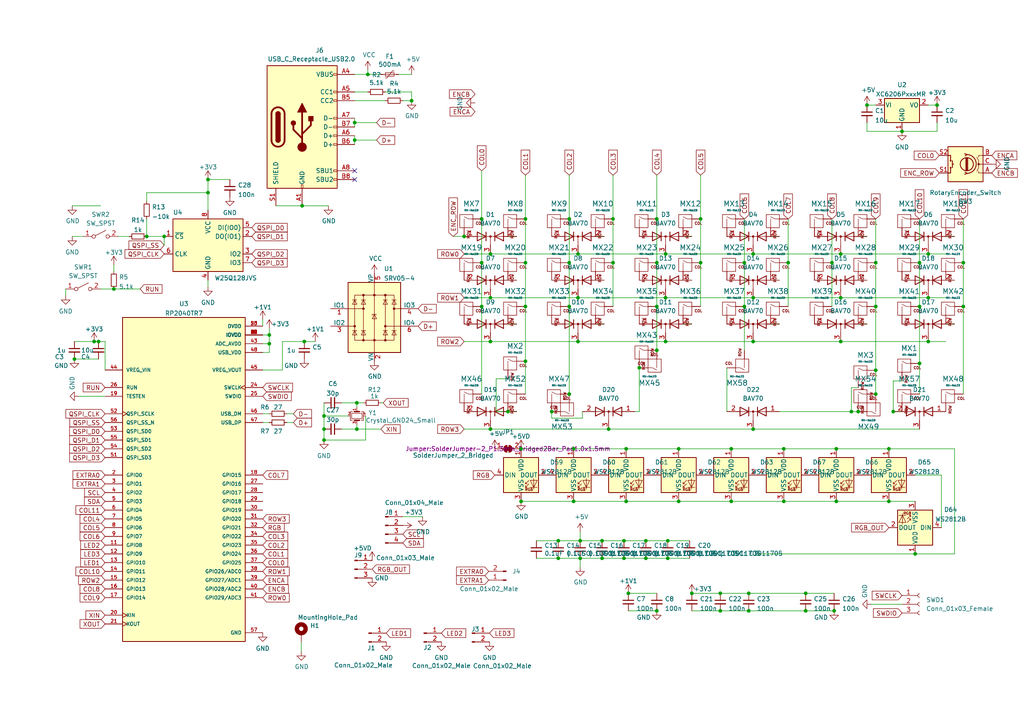
<source format=kicad_sch>
(kicad_sch (version 20230121) (generator eeschema)
  (paper "A4")
  (junction (at 60.325 52.07))
  (junction (at 190.5 88.9))
  (junction (at 165.1 63.5))
  (junction (at 193.675 161.925))
  (junction (at 142.24 124.46))
  (junction (at 93.98 124.46))
  (junction (at 243.84 86.36))
  (junction (at 181.61 130.175))
  (junction (at 228.6 76.2))
  (junction (at 103.505 116.84))
  (junction (at 21.59 104.14))
  (junction (at 215.9 76.2))
  (junction (at 254 76.2))
  (junction (at 177.8 63.5))
  (junction (at 266.7 88.9))
  (junction (at 103.505 124.46))
  (junction (at 93.98 120.65))
  (junction (at 257.81 145.415))
  (junction (at 187.325 161.925))
  (junction (at 257.81 130.175))
  (junction (at 151.13 145.415))
  (junction (at 102.87 40.64))
  (junction (at 176.53 124.46))
  (junction (at 227.33 130.175))
  (junction (at 193.04 99.06))
  (junction (at 212.09 130.175))
  (junction (at 27.305 99.06))
  (junction (at 254 114.3))
  (junction (at 119.38 29.21))
  (junction (at 151.13 130.175))
  (junction (at 200.66 172.085))
  (junction (at 139.7 76.2))
  (junction (at 190.5 101.6))
  (junction (at 217.17 177.165))
  (junction (at 181.61 145.415))
  (junction (at 196.85 145.415))
  (junction (at 165.1 88.9))
  (junction (at 254 107.3912))
  (junction (at 193.04 73.66))
  (junction (at 243.84 99.06))
  (junction (at 215.9 88.9))
  (junction (at 269.24 86.36))
  (junction (at 187.325 156.845))
  (junction (at 246.9388 119.38))
  (junction (at 147.32 119.38))
  (junction (at 180.975 156.845))
  (junction (at 269.24 99.06))
  (junction (at 152.4 88.9))
  (junction (at 168.275 156.845))
  (junction (at 106.68 21.59))
  (junction (at 78.105 97.155))
  (junction (at 167.64 99.06))
  (junction (at 165.1 76.2))
  (junction (at 33.02 83.82))
  (junction (at 242.57 130.175))
  (junction (at 218.44 99.06))
  (junction (at 190.5 76.2))
  (junction (at 174.625 156.845))
  (junction (at 251.46 30.48))
  (junction (at 190.5 177.165))
  (junction (at 190.5 63.5))
  (junction (at 218.44 124.46))
  (junction (at 212.09 145.415))
  (junction (at 266.7 105.41))
  (junction (at 185.42 106.68))
  (junction (at 139.7 88.9))
  (junction (at 28.575 99.06))
  (junction (at 242.57 145.415))
  (junction (at 193.675 156.845))
  (junction (at 78.105 99.695))
  (junction (at 134.62 68.58))
  (junction (at 233.68 177.165))
  (junction (at 218.44 86.36))
  (junction (at 208.915 172.085))
  (junction (at 227.33 145.415))
  (junction (at 193.04 86.36))
  (junction (at 60.325 55.88))
  (junction (at 167.64 73.66))
  (junction (at 208.915 177.165))
  (junction (at 87.63 59.69))
  (junction (at 269.24 73.66))
  (junction (at 174.625 161.925))
  (junction (at 182.245 172.085))
  (junction (at 177.8 76.2))
  (junction (at 241.935 177.165))
  (junction (at 265.43 160.655))
  (junction (at 160.02 119.38))
  (junction (at 139.7 63.5))
  (junction (at 218.44 73.66))
  (junction (at 243.84 73.66))
  (junction (at 196.85 130.175))
  (junction (at 168.275 161.925))
  (junction (at 142.24 86.36))
  (junction (at 142.24 99.06))
  (junction (at 166.37 145.415))
  (junction (at 233.68 172.085))
  (junction (at 152.4 104.775))
  (junction (at 166.37 130.175))
  (junction (at 254 88.9))
  (junction (at 161.925 156.845))
  (junction (at 203.2 63.5))
  (junction (at 217.17 172.085))
  (junction (at 165.1 114.3))
  (junction (at 102.87 35.56))
  (junction (at 261.62 38.1))
  (junction (at 271.78 30.48))
  (junction (at 93.98 127.635))
  (junction (at 279.4 76.2))
  (junction (at 248.92 119.38))
  (junction (at 241.3 76.2))
  (junction (at 259.08 119.38))
  (junction (at 266.7 76.2))
  (junction (at 42.545 68.58))
  (junction (at 167.64 86.36))
  (junction (at 47.625 68.58))
  (junction (at 152.4 76.2))
  (junction (at 88.265 99.06))
  (junction (at 142.24 73.66))
  (junction (at 152.4 63.5))
  (junction (at 279.4 88.9))
  (junction (at 161.925 161.925))
  (junction (at 203.2 76.2))
  (junction (at 180.975 161.925))
  (no_connect (at 102.87 49.53))
  (no_connect (at 102.87 52.07))
  (wire (pts (xy 246.9388 112.4712) (xy 246.9388 119.38)))
  (wire (pts (xy 274.32 81.28) (xy 276.86 81.28)))
  (wire (pts (xy 83.185 122.555) (xy 85.09 122.555)))
  (wire (pts (xy 233.68 172.085) (xy 241.935 172.085)))
  (wire (pts (xy 168.275 161.925) (xy 174.625 161.925)))
  (wire (pts (xy 226.06 119.38) (xy 246.9388 119.38)))
  (wire (pts (xy 88.265 99.06) (xy 91.44 99.06)))
  (wire (pts (xy 147.32 68.58) (xy 149.86 68.58)))
  (wire (pts (xy 165.1 50.8) (xy 165.1 63.5)))
  (wire (pts (xy 152.4 104.775) (xy 152.4 114.3)))
  (wire (pts (xy 151.13 130.175) (xy 166.37 130.175)))
  (wire (pts (xy 212.09 130.175) (xy 227.33 130.175)))
  (wire (pts (xy 87.63 59.69) (xy 95.25 59.69)))
  (wire (pts (xy 105.41 116.84) (xy 103.505 116.84)))
  (wire (pts (xy 212.09 145.415) (xy 227.33 145.415)))
  (wire (pts (xy 76.2 122.555) (xy 78.105 122.555)))
  (wire (pts (xy 109.22 40.64) (xy 102.87 40.64)))
  (wire (pts (xy 166.37 130.175) (xy 181.61 130.175)))
  (wire (pts (xy 22.86 114.935) (xy 30.48 114.935)))
  (wire (pts (xy 152.4 63.5) (xy 152.4 76.2)))
  (wire (pts (xy 168.91 121.285) (xy 160.02 121.285)))
  (wire (pts (xy 254 76.2) (xy 254 88.9)))
  (wire (pts (xy 248.92 81.28) (xy 251.46 81.28)))
  (wire (pts (xy 99.06 116.84) (xy 103.505 116.84)))
  (wire (pts (xy 252.73 175.26) (xy 261.62 175.26)))
  (wire (pts (xy 87.376 186.182) (xy 87.376 188.976)))
  (wire (pts (xy 139.7 88.9) (xy 139.7 114.3)))
  (wire (pts (xy 174.625 161.925) (xy 180.975 161.925)))
  (wire (pts (xy 168.275 164.465) (xy 168.275 161.925)))
  (wire (pts (xy 266.7 88.9) (xy 266.7 105.41)))
  (wire (pts (xy 119.38 26.67) (xy 119.38 29.21)))
  (wire (pts (xy 167.64 73.66) (xy 193.04 73.66)))
  (wire (pts (xy 265.43 137.795) (xy 273.05 137.795)))
  (wire (pts (xy 217.17 172.085) (xy 233.68 172.085)))
  (wire (pts (xy 276.86 130.175) (xy 276.86 160.655)))
  (wire (pts (xy 200.66 172.085) (xy 208.915 172.085)))
  (wire (pts (xy 60.325 81.28) (xy 60.325 83.185)))
  (wire (pts (xy 193.04 73.66) (xy 218.44 73.66)))
  (wire (pts (xy 102.87 34.29) (xy 102.87 35.56)))
  (wire (pts (xy 274.32 68.58) (xy 276.86 68.58)))
  (wire (pts (xy 233.68 177.165) (xy 241.935 177.165)))
  (wire (pts (xy 181.61 145.415) (xy 196.85 145.415)))
  (wire (pts (xy 208.915 177.165) (xy 217.17 177.165)))
  (wire (pts (xy 42.545 55.88) (xy 60.325 55.88)))
  (wire (pts (xy 271.78 38.1) (xy 271.78 35.56)))
  (wire (pts (xy 161.925 161.925) (xy 168.275 161.925)))
  (wire (pts (xy 103.505 116.84) (xy 103.505 118.11)))
  (wire (pts (xy 20.955 59.69) (xy 29.21 59.69)))
  (wire (pts (xy 93.98 116.84) (xy 93.98 120.65)))
  (wire (pts (xy 29.21 83.82) (xy 33.02 83.82)))
  (wire (pts (xy 243.84 99.06) (xy 269.24 99.06)))
  (wire (pts (xy 33.02 83.82) (xy 40.64 83.82)))
  (wire (pts (xy 172.72 68.58) (xy 175.26 68.58)))
  (wire (pts (xy 218.44 124.46) (xy 266.7 124.46)))
  (wire (pts (xy 190.5 76.2) (xy 190.5 88.9)))
  (wire (pts (xy 200.66 177.165) (xy 208.915 177.165)))
  (wire (pts (xy 76.2 99.695) (xy 78.105 99.695)))
  (wire (pts (xy 193.04 99.06) (xy 218.44 99.06)))
  (wire (pts (xy 187.325 156.845) (xy 193.675 156.845)))
  (wire (pts (xy 177.8 63.5) (xy 177.8 76.2)))
  (wire (pts (xy 227.33 130.175) (xy 242.57 130.175)))
  (wire (pts (xy 147.32 81.28) (xy 149.86 81.28)))
  (wire (pts (xy 60.325 60.96) (xy 60.325 55.88)))
  (wire (pts (xy 254 107.3912) (xy 254 114.3)))
  (wire (pts (xy 259.08 110.49) (xy 259.08 119.38)))
  (wire (pts (xy 180.975 161.925) (xy 187.325 161.925)))
  (wire (pts (xy 142.24 86.36) (xy 167.64 86.36)))
  (wire (pts (xy 266.7 63.5) (xy 266.7 76.2)))
  (wire (pts (xy 227.33 145.415) (xy 242.57 145.415)))
  (wire (pts (xy 143.9068 119.38) (xy 147.32 119.38)))
  (wire (pts (xy 251.46 38.1) (xy 261.62 38.1)))
  (wire (pts (xy 269.24 30.48) (xy 271.78 30.48)))
  (wire (pts (xy 47.625 68.58) (xy 47.625 71.12)))
  (wire (pts (xy 181.61 130.175) (xy 196.85 130.175)))
  (wire (pts (xy 241.3 76.2) (xy 241.3 88.9)))
  (wire (pts (xy 21.59 104.14) (xy 28.575 104.14)))
  (wire (pts (xy 42.545 68.58) (xy 42.545 63.5)))
  (wire (pts (xy 152.4 50.8) (xy 152.4 63.5)))
  (wire (pts (xy 228.6 76.2) (xy 228.6 88.9)))
  (wire (pts (xy 76.2 107.315) (xy 81.915 107.315)))
  (wire (pts (xy 115.57 21.59) (xy 119.38 21.59)))
  (wire (pts (xy 279.4 76.2) (xy 279.4 88.9)))
  (wire (pts (xy 93.98 120.65) (xy 100.965 120.65)))
  (wire (pts (xy 102.87 39.37) (xy 102.87 40.64)))
  (wire (pts (xy 184.15 119.38) (xy 185.42 119.38)))
  (wire (pts (xy 166.37 145.415) (xy 181.61 145.415)))
  (wire (pts (xy 102.87 21.59) (xy 106.68 21.59)))
  (wire (pts (xy 210.82 106.68) (xy 210.82 119.38)))
  (wire (pts (xy 165.1 76.2) (xy 165.1 88.9)))
  (wire (pts (xy 223.52 81.28) (xy 226.06 81.28)))
  (wire (pts (xy 203.2 76.2) (xy 203.2 88.9)))
  (wire (pts (xy 274.32 93.98) (xy 276.86 93.98)))
  (wire (pts (xy 167.64 86.36) (xy 193.04 86.36)))
  (wire (pts (xy 76.2 102.235) (xy 78.105 102.235)))
  (wire (pts (xy 167.64 99.06) (xy 193.04 99.06)))
  (wire (pts (xy 134.62 73.66) (xy 142.24 73.66)))
  (wire (pts (xy 182.245 172.085) (xy 190.5 172.085)))
  (wire (pts (xy 139.7 63.5) (xy 139.7 76.2)))
  (wire (pts (xy 19.05 85.725) (xy 19.05 83.82)))
  (wire (pts (xy 155.575 156.845) (xy 161.925 156.845)))
  (wire (pts (xy 241.3 63.5) (xy 241.3 76.2)))
  (wire (pts (xy 20.955 68.58) (xy 24.13 68.58)))
  (wire (pts (xy 106.045 127.635) (xy 93.98 127.635)))
  (wire (pts (xy 246.9388 119.38) (xy 248.92 119.38)))
  (wire (pts (xy 111.76 26.67) (xy 119.38 26.67)))
  (wire (pts (xy 27.305 99.06) (xy 28.575 99.06)))
  (wire (pts (xy 83.185 120.015) (xy 85.09 120.015)))
  (wire (pts (xy 119.38 29.21) (xy 116.84 29.21)))
  (wire (pts (xy 176.53 124.46) (xy 218.44 124.46)))
  (wire (pts (xy 147.32 93.98) (xy 149.86 93.98)))
  (wire (pts (xy 168.275 156.845) (xy 174.625 156.845)))
  (wire (pts (xy 257.81 145.415) (xy 265.43 145.415)))
  (wire (pts (xy 182.245 177.165) (xy 190.5 177.165)))
  (wire (pts (xy 168.91 119.38) (xy 168.91 121.285)))
  (wire (pts (xy 142.24 99.06) (xy 167.64 99.06)))
  (wire (pts (xy 248.92 68.58) (xy 251.46 68.58)))
  (wire (pts (xy 223.52 93.98) (xy 226.06 93.98)))
  (wire (pts (xy 203.2 63.5) (xy 203.2 76.2)))
  (wire (pts (xy 190.5 88.9) (xy 190.5 101.6)))
  (wire (pts (xy 60.325 55.88) (xy 60.325 52.07)))
  (wire (pts (xy 134.62 124.46) (xy 142.24 124.46)))
  (wire (pts (xy 254 88.9) (xy 254 107.3912)))
  (wire (pts (xy 248.92 112.4712) (xy 246.9388 112.4712)))
  (wire (pts (xy 193.675 161.925) (xy 200.025 161.925)))
  (wire (pts (xy 93.98 120.65) (xy 93.98 124.46)))
  (wire (pts (xy 151.13 145.415) (xy 166.37 145.415)))
  (wire (pts (xy 147.32 119.38) (xy 149.86 119.38)))
  (wire (pts (xy 218.44 99.06) (xy 243.84 99.06)))
  (wire (pts (xy 261.62 38.1) (xy 271.78 38.1)))
  (wire (pts (xy 198.12 81.28) (xy 200.66 81.28)))
  (wire (pts (xy 251.46 35.56) (xy 251.46 38.1)))
  (wire (pts (xy 78.105 99.695) (xy 78.105 97.155)))
  (wire (pts (xy 196.85 145.415) (xy 212.09 145.415)))
  (wire (pts (xy 102.87 26.67) (xy 106.68 26.67)))
  (wire (pts (xy 81.915 107.315) (xy 81.915 99.06)))
  (wire (pts (xy 261.62 110.49) (xy 259.08 110.49)))
  (wire (pts (xy 102.87 29.21) (xy 111.76 29.21)))
  (wire (pts (xy 265.43 160.655) (xy 276.86 160.655)))
  (wire (pts (xy 103.505 124.46) (xy 110.49 124.46)))
  (wire (pts (xy 172.72 93.98) (xy 175.26 93.98)))
  (wire (pts (xy 198.12 68.58) (xy 200.66 68.58)))
  (wire (pts (xy 134.62 86.36) (xy 142.24 86.36)))
  (wire (pts (xy 228.6 63.5) (xy 228.6 76.2)))
  (wire (pts (xy 196.85 130.175) (xy 212.09 130.175)))
  (wire (pts (xy 152.4 76.2) (xy 152.4 88.9)))
  (wire (pts (xy 161.925 156.845) (xy 168.275 156.845)))
  (wire (pts (xy 76.2 92.71) (xy 76.2 94.615)))
  (wire (pts (xy 172.72 81.28) (xy 175.26 81.28)))
  (wire (pts (xy 259.08 119.38) (xy 261.62 119.38)))
  (wire (pts (xy 28.575 99.06) (xy 30.48 99.06)))
  (wire (pts (xy 208.915 172.085) (xy 217.17 172.085)))
  (wire (pts (xy 78.105 95.25) (xy 78.105 97.155)))
  (wire (pts (xy 217.17 177.165) (xy 233.68 177.165)))
  (wire (pts (xy 76.2 97.155) (xy 78.105 97.155)))
  (wire (pts (xy 33.02 76.835) (xy 33.02 78.74)))
  (wire (pts (xy 160.02 121.285) (xy 160.02 119.38)))
  (wire (pts (xy 193.04 86.36) (xy 218.44 86.36)))
  (wire (pts (xy 203.2 50.8) (xy 203.2 63.5)))
  (wire (pts (xy 42.545 58.42) (xy 42.545 55.88)))
  (wire (pts (xy 106.68 21.59) (xy 110.49 21.59)))
  (wire (pts (xy 106.68 21.59) (xy 106.68 20.32)))
  (wire (pts (xy 21.59 99.06) (xy 27.305 99.06)))
  (wire (pts (xy 269.24 86.36) (xy 274.32 86.36)))
  (wire (pts (xy 102.87 35.56) (xy 102.87 36.83)))
  (wire (pts (xy 80.01 59.69) (xy 87.63 59.69)))
  (wire (pts (xy 190.5 50.8) (xy 190.5 63.5)))
  (wire (pts (xy 185.42 106.68) (xy 185.42 119.38)))
  (wire (pts (xy 198.12 93.98) (xy 200.66 93.98)))
  (wire (pts (xy 165.1 63.5) (xy 165.1 76.2)))
  (wire (pts (xy 60.325 52.07) (xy 66.675 52.07)))
  (wire (pts (xy 215.9 76.2) (xy 215.9 88.9)))
  (wire (pts (xy 177.8 76.2) (xy 177.8 88.9)))
  (wire (pts (xy 134.62 99.06) (xy 142.24 99.06)))
  (wire (pts (xy 109.22 35.56) (xy 102.87 35.56)))
  (wire (pts (xy 155.575 161.925) (xy 161.925 161.925)))
  (wire (pts (xy 102.87 40.64) (xy 102.87 41.91)))
  (wire (pts (xy 78.105 102.235) (xy 78.105 99.695)))
  (wire (pts (xy 139.7 49.53) (xy 139.7 63.5)))
  (wire (pts (xy 76.2 120.015) (xy 78.105 120.015)))
  (wire (pts (xy 223.52 68.58) (xy 226.06 68.58)))
  (wire (pts (xy 177.8 50.8) (xy 177.8 63.5)))
  (wire (pts (xy 47.625 68.58) (xy 42.545 68.58)))
  (wire (pts (xy 219.71 160.655) (xy 265.43 160.655)))
  (wire (pts (xy 251.46 30.48) (xy 254 30.48)))
  (wire (pts (xy 242.57 145.415) (xy 257.81 145.415)))
  (wire (pts (xy 187.325 161.925) (xy 193.675 161.925)))
  (wire (pts (xy 106.045 120.65) (xy 106.045 127.635)))
  (wire (pts (xy 152.4 88.9) (xy 152.4 104.775)))
  (wire (pts (xy 257.81 130.175) (xy 276.86 130.175)))
  (wire (pts (xy 142.24 124.46) (xy 176.53 124.46)))
  (wire (pts (xy 273.05 137.795) (xy 273.05 153.035)))
  (wire (pts (xy 168.275 154.305) (xy 168.275 156.845)))
  (wire (pts (xy 193.675 156.845) (xy 200.025 156.845)))
  (wire (pts (xy 190.5 63.5) (xy 190.5 76.2)))
  (wire (pts (xy 266.7 105.41) (xy 266.7 114.3)))
  (wire (pts (xy 34.29 68.58) (xy 37.465 68.58)))
  (wire (pts (xy 269.24 99.06) (xy 274.32 99.06)))
  (wire (pts (xy 279.4 63.5) (xy 279.4 76.2)))
  (wire (pts (xy 215.9 63.5) (xy 215.9 76.2)))
  (wire (pts (xy 131.445 68.58) (xy 134.62 68.58)))
  (wire (pts (xy 174.625 156.845) (xy 180.975 156.845)))
  (wire (pts (xy 266.7 76.2) (xy 266.7 88.9)))
  (wire (pts (xy 248.92 93.98) (xy 251.46 93.98)))
  (wire (pts (xy 165.1 88.9) (xy 165.1 114.3)))
  (wire (pts (xy 142.24 73.66) (xy 167.64 73.66)))
  (wire (pts (xy 30.48 107.315) (xy 30.48 99.06)))
  (wire (pts (xy 93.98 127.635) (xy 93.98 124.46)))
  (wire (pts (xy 254 63.5) (xy 254 76.2)))
  (wire (pts (xy 143.9068 109.855) (xy 143.9068 119.38)))
  (wire (pts (xy 269.24 73.66) (xy 274.32 73.66)))
  (wire (pts (xy 103.505 123.19) (xy 103.505 124.46)))
  (wire (pts (xy 139.7 76.2) (xy 139.7 88.9)))
  (wire (pts (xy 81.915 99.06) (xy 88.265 99.06)))
  (wire (pts (xy 243.84 73.66) (xy 269.24 73.66)))
  (wire (pts (xy 242.57 130.175) (xy 257.81 130.175)))
  (wire (pts (xy 218.44 73.66) (xy 243.84 73.66)))
  (wire (pts (xy 243.84 86.36) (xy 269.24 86.36)))
  (wire (pts (xy 147.32 109.855) (xy 143.9068 109.855)))
  (wire (pts (xy 279.4 88.9) (xy 279.4 114.3)))
  (wire (pts (xy 116.84 149.86) (xy 122.555 149.86)))
  (wire (pts (xy 111.125 116.84) (xy 110.49 116.84)))
  (wire (pts (xy 180.975 156.845) (xy 187.325 156.845)))
  (wire (pts (xy 99.06 124.46) (xy 103.505 124.46)))
  (wire (pts (xy 215.9 88.9) (xy 215.9 101.6)))
  (wire (pts (xy 218.44 86.36) (xy 243.84 86.36)))
  (global_label "EXTRA1" (shape input) (at 141.732 168.2496 180) (property "Intersheetrefs" "${INTERSHEET_REFS}" (effects hide)))
  (global_label "COL4" (shape input) (at 30.48 150.495 180) (property "Intersheetrefs" "${INTERSHEET_REFS}" (effects hide)))
  (global_label "COL11" (shape input) (at 279.4 63.5 90) (property "Intersheetrefs" "${INTERSHEET_REFS}" (effects hide)))
  (global_label "ENCB" (shape input) (at 76.2 170.815 0) (property "Intersheetrefs" "${INTERSHEET_REFS}" (effects hide)))
  (global_label "QSPI_SS" (shape input) (at 30.48 122.555 180) (property "Intersheetrefs" "${INTERSHEET_REFS}" (effects hide)))
  (global_label "ROW2" (shape input) (at 134.62 99.06 180) (property "Intersheetrefs" "${INTERSHEET_REFS}" (effects hide)))
  (global_label "COL9" (shape input) (at 254 63.5 90) (property "Intersheetrefs" "${INTERSHEET_REFS}" (effects hide)))
  (global_label "ROW1" (shape input) (at 76.2 165.735 0) (property "Intersheetrefs" "${INTERSHEET_REFS}" (effects hide)))
  (global_label "QSPI_D0" (shape input) (at 73.025 66.04 0) (property "Intersheetrefs" "${INTERSHEET_REFS}" (effects hide)))
  (global_label "COL4" (shape input) (at 190.5 50.8 90) (property "Intersheetrefs" "${INTERSHEET_REFS}" (effects hide)))
  (global_label "D+" (shape input) (at 109.22 40.64 0) (property "Intersheetrefs" "${INTERSHEET_REFS}" (effects hide)))
  (global_label "SCL" (shape input) (at 30.48 142.875 180) (property "Intersheetrefs" "${INTERSHEET_REFS}" (effects hide)))
  (global_label "COL0" (shape input) (at 139.7 49.53 90) (property "Intersheetrefs" "${INTERSHEET_REFS}" (effects hide)))
  (global_label "SDA" (shape input) (at 116.84 157.48 0) (property "Intersheetrefs" "${INTERSHEET_REFS}" (effects hide)))
  (global_label "SWCLK" (shape input) (at 76.2 112.395 0) (property "Intersheetrefs" "${INTERSHEET_REFS}" (effects hide)))
  (global_label "ENCA" (shape input) (at 287.655 45.085 0) (property "Intersheetrefs" "${INTERSHEET_REFS}" (effects hide)))
  (global_label "SWDIO" (shape input) (at 261.62 177.8 180) (property "Intersheetrefs" "${INTERSHEET_REFS}" (effects hide)))
  (global_label "ROW0" (shape input) (at 76.2 173.355 0) (property "Intersheetrefs" "${INTERSHEET_REFS}" (effects hide)))
  (global_label "COL0" (shape input) (at 76.2 163.195 0) (property "Intersheetrefs" "${INTERSHEET_REFS}" (effects hide)))
  (global_label "RGB" (shape input) (at 143.51 137.795 180) (property "Intersheetrefs" "${INTERSHEET_REFS}" (effects hide)))
  (global_label "COL7" (shape input) (at 228.6 63.5 90) (property "Intersheetrefs" "${INTERSHEET_REFS}" (effects hide)))
  (global_label "COL6" (shape input) (at 30.48 155.575 180) (property "Intersheetrefs" "${INTERSHEET_REFS}" (effects hide)))
  (global_label "COL0" (shape input) (at 272.415 45.085 180) (property "Intersheetrefs" "${INTERSHEET_REFS}" (effects hide)))
  (global_label "COL10" (shape input) (at 30.48 165.735 180) (property "Intersheetrefs" "${INTERSHEET_REFS}" (effects hide)))
  (global_label "ROW3" (shape input) (at 76.2 150.495 0) (property "Intersheetrefs" "${INTERSHEET_REFS}" (effects hide)))
  (global_label "LED1" (shape input) (at 112.014 183.642 0) (property "Intersheetrefs" "${INTERSHEET_REFS}" (effects hide)))
  (global_label "LED2" (shape input) (at 128.016 183.642 0) (property "Intersheetrefs" "${INTERSHEET_REFS}" (effects hide)))
  (global_label "XOUT" (shape input) (at 30.48 180.975 180) (property "Intersheetrefs" "${INTERSHEET_REFS}" (effects hide)))
  (global_label "ENCB" (shape input) (at 137.795 27.305 180) (property "Intersheetrefs" "${INTERSHEET_REFS}" (effects hide)))
  (global_label "ENCB" (shape input) (at 287.655 50.165 0) (property "Intersheetrefs" "${INTERSHEET_REFS}" (effects hide)))
  (global_label "RUN" (shape input) (at 30.48 112.395 180) (property "Intersheetrefs" "${INTERSHEET_REFS}" (effects hide)))
  (global_label "XIN" (shape input) (at 110.49 124.46 0) (property "Intersheetrefs" "${INTERSHEET_REFS}" (effects hide)))
  (global_label "ENCA" (shape input) (at 76.2 168.275 0) (property "Intersheetrefs" "${INTERSHEET_REFS}" (effects hide)))
  (global_label "RGB" (shape input) (at 76.2 153.035 0) (property "Intersheetrefs" "${INTERSHEET_REFS}" (effects hide)))
  (global_label "LED1" (shape input) (at 30.48 163.195 180) (property "Intersheetrefs" "${INTERSHEET_REFS}" (effects hide)))
  (global_label "RUN" (shape input) (at 40.64 83.82 0) (property "Intersheetrefs" "${INTERSHEET_REFS}" (effects hide)))
  (global_label "QSPI_CLK" (shape input) (at 47.625 73.66 180) (property "Intersheetrefs" "${INTERSHEET_REFS}" (effects hide)))
  (global_label "COL3" (shape input) (at 177.8 50.8 90) (property "Intersheetrefs" "${INTERSHEET_REFS}" (effects hide)))
  (global_label "ROW3" (shape input) (at 134.62 124.46 180) (property "Intersheetrefs" "${INTERSHEET_REFS}" (effects hide)))
  (global_label "QSPI_D3" (shape input) (at 73.025 76.2 0) (property "Intersheetrefs" "${INTERSHEET_REFS}" (effects hide)))
  (global_label "COL9" (shape input) (at 30.48 173.355 180) (property "Intersheetrefs" "${INTERSHEET_REFS}" (effects hide)))
  (global_label "QSPI_D0" (shape input) (at 30.48 125.095 180) (property "Intersheetrefs" "${INTERSHEET_REFS}" (effects hide)))
  (global_label "QSPI_D3" (shape input) (at 30.48 132.715 180) (property "Intersheetrefs" "${INTERSHEET_REFS}" (effects hide)))
  (global_label "LED3" (shape input) (at 141.986 183.642 0) (property "Intersheetrefs" "${INTERSHEET_REFS}" (effects hide)))
  (global_label "COL11" (shape input) (at 30.48 147.955 180) (property "Intersheetrefs" "${INTERSHEET_REFS}" (effects hide)))
  (global_label "ENC_ROW" (shape input) (at 272.415 50.165 180) (property "Intersheetrefs" "${INTERSHEET_REFS}" (effects hide)))
  (global_label "ROW1" (shape input) (at 134.62 86.36 180) (property "Intersheetrefs" "${INTERSHEET_REFS}" (effects hide)))
  (global_label "XOUT" (shape input) (at 111.125 116.84 0) (property "Intersheetrefs" "${INTERSHEET_REFS}" (effects hide)))
  (global_label "SWCLK" (shape input) (at 261.62 172.72 180) (property "Intersheetrefs" "${INTERSHEET_REFS}" (effects hide)))
  (global_label "QSPI_D2" (shape input) (at 73.025 73.66 0) (property "Intersheetrefs" "${INTERSHEET_REFS}" (effects hide)))
  (global_label "COL10" (shape input) (at 266.7 63.5 90) (property "Intersheetrefs" "${INTERSHEET_REFS}" (effects hide)))
  (global_label "QSPI_D2" (shape input) (at 30.48 130.175 180) (property "Intersheetrefs" "${INTERSHEET_REFS}" (effects hide)))
  (global_label "EXTRA0" (shape input) (at 141.732 165.7096 180) (property "Intersheetrefs" "${INTERSHEET_REFS}" (effects hide)))
  (global_label "QSPI_D1" (shape input) (at 30.48 127.635 180) (property "Intersheetrefs" "${INTERSHEET_REFS}" (effects hide)))
  (global_label "EXTRA1" (shape input) (at 30.48 140.335 180) (property "Intersheetrefs" "${INTERSHEET_REFS}" (effects hide)))
  (global_label "COL1" (shape input) (at 76.2 160.655 0) (property "Intersheetrefs" "${INTERSHEET_REFS}" (effects hide)))
  (global_label "D+" (shape input) (at 85.09 122.555 0) (property "Intersheetrefs" "${INTERSHEET_REFS}" (effects hide)))
  (global_label "ROW2" (shape input) (at 30.48 168.275 180) (property "Intersheetrefs" "${INTERSHEET_REFS}" (effects hide)))
  (global_label "D-" (shape input) (at 121.285 89.535 0) (property "Intersheetrefs" "${INTERSHEET_REFS}" (effects hide)))
  (global_label "XIN" (shape input) (at 30.48 178.435 180) (property "Intersheetrefs" "${INTERSHEET_REFS}" (effects hide)))
  (global_label "COL5" (shape input) (at 30.48 153.035 180) (property "Intersheetrefs" "${INTERSHEET_REFS}" (effects hide)))
  (global_label "SDA" (shape input) (at 30.48 145.415 180) (property "Intersheetrefs" "${INTERSHEET_REFS}" (effects hide)))
  (global_label "QSPI_D1" (shape input) (at 73.025 68.58 0) (property "Intersheetrefs" "${INTERSHEET_REFS}" (effects hide)))
  (global_label "RGB_OUT" (shape input) (at 107.95 165.1 0) (property "Intersheetrefs" "${INTERSHEET_REFS}" (effects hide)))
  (global_label "COL2" (shape input) (at 76.2 158.115 0) (property "Intersheetrefs" "${INTERSHEET_REFS}" (effects hide)))
  (global_label "COL8" (shape input) (at 30.48 170.815 180) (property "Intersheetrefs" "${INTERSHEET_REFS}" (effects hide)))
  (global_label "D-" (shape input) (at 85.09 120.015 0) (property "Intersheetrefs" "${INTERSHEET_REFS}" (effects hide)))
  (global_label "RGB_OUT" (shape input) (at 257.81 153.035 180) (property "Intersheetrefs" "${INTERSHEET_REFS}" (effects hide)))
  (global_label "COL6" (shape input) (at 215.9 63.5 90) (property "Intersheetrefs" "${INTERSHEET_REFS}" (effects hide)))
  (global_label "COL5" (shape input) (at 203.2 50.8 90) (property "Intersheetrefs" "${INTERSHEET_REFS}" (effects hide)))
  (global_label "COL8" (shape input) (at 241.3 63.5 90) (property "Intersheetrefs" "${INTERSHEET_REFS}" (effects hide)))
  (global_label "D+" (shape input) (at 121.285 94.615 0) (property "Intersheetrefs" "${INTERSHEET_REFS}" (effects hide)))
  (global_label "SCL" (shape input) (at 116.84 154.94 0) (property "Intersheetrefs" "${INTERSHEET_REFS}" (effects hide)))
  (global_label "QSPI_CLK" (shape input) (at 30.48 120.015 180) (property "Intersheetrefs" "${INTERSHEET_REFS}" (effects hide)))
  (global_label "SWDIO" (shape input) (at 76.2 114.935 0) (property "Intersheetrefs" "${INTERSHEET_REFS}" (effects hide)))
  (global_label "LED3" (shape input) (at 30.48 160.655 180) (property "Intersheetrefs" "${INTERSHEET_REFS}" (effects hide)))
  (global_label "QSPI_SS" (shape input) (at 47.625 71.12 180) (property "Intersheetrefs" "${INTERSHEET_REFS}" (effects hide)))
  (global_label "LED2" (shape input) (at 30.48 158.115 180) (property "Intersheetrefs" "${INTERSHEET_REFS}" (effects hide)))
  (global_label "ROW0" (shape input) (at 134.62 73.66 180) (property "Intersheetrefs" "${INTERSHEET_REFS}" (effects hide)))
  (global_label "ENCA" (shape input) (at 137.795 32.385 180) (property "Intersheetrefs" "${INTERSHEET_REFS}" (effects hide)))
  (global_label "COL2" (shape input) (at 165.1 50.8 90) (property "Intersheetrefs" "${INTERSHEET_REFS}" (effects hide)))
  (global_label "COL1" (shape input) (at 152.4 50.8 90) (property "Intersheetrefs" "${INTERSHEET_REFS}" (effects hide)))
  (global_label "ENC_ROW" (shape input) (at 131.445 68.58 90) (property "Intersheetrefs" "${INTERSHEET_REFS}" (effects hide)))
  (global_label "COL7" (shape input) (at 76.2 137.795 0) (property "Intersheetrefs" "${INTERSHEET_REFS}" (effects hide)))
  (global_label "EXTRA0" (shape input) (at 30.48 137.795 180) (property "Intersheetrefs" "${INTERSHEET_REFS}" (effects hide)))
  (global_label "COL3" (shape input) (at 76.2 155.575 0) (property "Intersheetrefs" "${INTERSHEET_REFS}" (effects hide)))
  (global_label "D-" (shape input) (at 109.22 35.56 0) (property "Intersheetrefs" "${INTERSHEET_REFS}" (effects hide)))
  (symbol (lib_id "power:GND") (at 95.25 59.69 0) (unit 1)
    (property "Reference" "#PWR07" (effects hide))
    (property "Value" "GND" (at 95.377 64.0842 0))
  )
  (symbol (lib_id "Device:Polyfuse_Small") (at 113.03 21.59 270) (unit 1)
    (property "Reference" "F1" (at 113.03 16.383 90))
    (property "Value" "500mA" (at 113.03 18.6944 90))
    (property "Footprint" "Fuse:Fuse_1206_3216Metric" (effects hide))
    (property "LCSC" "C69688" (effects hide))
  )
  (symbol (lib_id "power:+5V") (at 119.38 21.59 0) (unit 1)
    (property "Reference" "#PWR03" (effects hide))
    (property "Value" "+5V" (at 119.761 17.1958 0))
  )
  (symbol (lib_id "power:VCC") (at 106.68 20.32 0) (unit 1)
    (property "Reference" "#PWR01" (effects hide))
    (property "Value" "VCC" (at 107.061 15.9258 0))
  )
  (symbol (lib_id "Device:R_Small") (at 109.22 26.67 270) (unit 1)
    (property "Reference" "R2" (at 109.22 21.6916 90))
    (property "Value" "5.1k" (at 109.22 24.003 90))
    (property "Footprint" "Resistor_SMD:R_0603_1608Metric" (effects hide))
    (property "LCSC" "C23186" (effects hide))
  )
  (symbol (lib_id "Device:R_Small") (at 114.3 29.21 270) (unit 1)
    (property "Reference" "R4" (at 114.3 24.2316 90))
    (property "Value" "5.1k" (at 114.3 26.543 90))
    (property "Footprint" "Resistor_SMD:R_0603_1608Metric" (effects hide))
    (property "LCSC" "C23186" (effects hide))
  )
  (symbol (lib_id "power:GND") (at 119.38 29.21 0) (unit 1)
    (property "Reference" "#PWR05" (effects hide))
    (property "Value" "GND" (at 119.507 33.6042 0))
  )
  (symbol (lib_id "MX_Alps_Hybrid:MX-NoLED") (at 252.73 118.11 180) (unit 1)
    (property "Reference" "MX49" (at 251.8918 123.7742 0) (effects (font (size 1.524 1.524))))
    (property "Value" "MX-NoLED" (at 251.8918 121.8946 0) (effects (font (size 0.508 0.508))))
    (property "Footprint" "marbastlib-mx:SW_MX_HS_1u_NOREF" (effects hide))
  )
  (symbol (lib_id "MX_Alps_Hybrid:MX-NoLED") (at 135.89 64.77 0) (unit 1)
    (property "Reference" "MX7" (at 136.7282 59.1058 0) (effects (font (size 1.524 1.524))))
    (property "Value" "MX-NoLED" (at 136.7282 60.9854 0) (effects (font (size 0.508 0.508))))
    (property "Footprint" "marbastlib-mx:SW_MX_HS_1u_NOREF" (effects hide))
  )
  (symbol (lib_id "MX_Alps_Hybrid:MX-NoLED") (at 148.59 64.77 0) (unit 1)
    (property "Reference" "MX8" (at 149.4282 59.1058 0) (effects (font (size 1.524 1.524))))
    (property "Value" "MX-NoLED" (at 149.4282 60.9854 0) (effects (font (size 0.508 0.508))))
    (property "Footprint" "marbastlib-mx:SW_MX_HS_1u_NOREF" (effects hide))
  )
  (symbol (lib_id "MX_Alps_Hybrid:MX-NoLED") (at 161.29 64.77 0) (unit 1)
    (property "Reference" "MX9" (at 162.1282 59.1058 0) (effects (font (size 1.524 1.524))))
    (property "Value" "MX-NoLED" (at 162.1282 60.9854 0) (effects (font (size 0.508 0.508))))
    (property "Footprint" "marbastlib-mx:SW_MX_HS_1u_NOREF" (effects hide))
  )
  (symbol (lib_id "MX_Alps_Hybrid:MX-NoLED") (at 173.99 64.77 0) (unit 1)
    (property "Reference" "MX10" (at 174.8282 59.1058 0) (effects (font (size 1.524 1.524))))
    (property "Value" "MX-NoLED" (at 174.8282 60.9854 0) (effects (font (size 0.508 0.508))))
    (property "Footprint" "marbastlib-mx:SW_MX_HS_1u_NOREF" (effects hide))
  )
  (symbol (lib_id "MX_Alps_Hybrid:MX-NoLED") (at 186.69 64.77 0) (unit 1)
    (property "Reference" "MX11" (at 187.5282 59.1058 0) (effects (font (size 1.524 1.524))))
    (property "Value" "MX-NoLED" (at 187.5282 60.9854 0) (effects (font (size 0.508 0.508))))
    (property "Footprint" "marbastlib-mx:SW_MX_HS_1u_NOREF" (effects hide))
  )
  (symbol (lib_id "MX_Alps_Hybrid:MX-NoLED") (at 199.39 64.77 0) (unit 1)
    (property "Reference" "MX12" (at 200.2282 59.1058 0) (effects (font (size 1.524 1.524))))
    (property "Value" "MX-NoLED" (at 200.2282 60.9854 0) (effects (font (size 0.508 0.508))))
    (property "Footprint" "marbastlib-mx:SW_MX_HS_1u_NOREF" (effects hide))
  )
  (symbol (lib_id "MX_Alps_Hybrid:MX-NoLED") (at 212.09 64.77 0) (unit 1)
    (property "Reference" "MX13" (at 212.9282 59.1058 0) (effects (font (size 1.524 1.524))))
    (property "Value" "MX-NoLED" (at 212.9282 60.9854 0) (effects (font (size 0.508 0.508))))
    (property "Footprint" "marbastlib-mx:SW_MX_HS_1u_NOREF" (effects hide))
  )
  (symbol (lib_id "MX_Alps_Hybrid:MX-NoLED") (at 224.79 64.77 0) (unit 1)
    (property "Reference" "MX14" (at 225.6282 59.1058 0) (effects (font (size 1.524 1.524))))
    (property "Value" "MX-NoLED" (at 225.6282 60.9854 0) (effects (font (size 0.508 0.508))))
    (property "Footprint" "marbastlib-mx:SW_MX_HS_1u_NOREF" (effects hide))
  )
  (symbol (lib_id "MX_Alps_Hybrid:MX-NoLED") (at 237.49 64.77 0) (unit 1)
    (property "Reference" "MX15" (at 238.3282 59.1058 0) (effects (font (size 1.524 1.524))))
    (property "Value" "MX-NoLED" (at 238.3282 60.9854 0) (effects (font (size 0.508 0.508))))
    (property "Footprint" "marbastlib-mx:SW_MX_HS_1u_NOREF" (effects hide))
  )
  (symbol (lib_id "MX_Alps_Hybrid:MX-NoLED") (at 250.19 64.77 0) (unit 1)
    (property "Reference" "MX16" (at 251.0282 59.1058 0) (effects (font (size 1.524 1.524))))
    (property "Value" "MX-NoLED" (at 251.0282 60.9854 0) (effects (font (size 0.508 0.508))))
    (property "Footprint" "marbastlib-mx:SW_MX_HS_1u_NOREF" (effects hide))
  )
  (symbol (lib_id "MX_Alps_Hybrid:MX-NoLED") (at 262.89 64.77 0) (unit 1)
    (property "Reference" "MX17" (at 263.7282 59.1058 0) (effects (font (size 1.524 1.524))))
    (property "Value" "MX-NoLED" (at 263.7282 60.9854 0) (effects (font (size 0.508 0.508))))
    (property "Footprint" "marbastlib-mx:SW_MX_HS_1u_NOREF" (effects hide))
  )
  (symbol (lib_id "MX_Alps_Hybrid:MX-NoLED") (at 275.59 64.77 0) (unit 1)
    (property "Reference" "MX18" (at 276.4282 59.1058 0) (effects (font (size 1.524 1.524))))
    (property "Value" "MX-NoLED" (at 276.4282 60.9854 0) (effects (font (size 0.508 0.508))))
    (property "Footprint" "marbastlib-mx:SW_MX_HS_1u_NOREF" (effects hide))
  )
  (symbol (lib_id "MX_Alps_Hybrid:MX-NoLED") (at 135.89 77.47 0) (unit 1)
    (property "Reference" "MX19" (at 136.7282 71.8058 0) (effects (font (size 1.524 1.524))))
    (property "Value" "MX-NoLED" (at 136.7282 73.6854 0) (effects (font (size 0.508 0.508))))
    (property "Footprint" "marbastlib-mx:SW_MX_HS_1u_NOREF" (effects hide))
  )
  (symbol (lib_id "MX_Alps_Hybrid:MX-NoLED") (at 148.59 77.47 0) (unit 1)
    (property "Reference" "MX20" (at 149.4282 71.8058 0) (effects (font (size 1.524 1.524))))
    (property "Value" "MX-NoLED" (at 149.4282 73.6854 0) (effects (font (size 0.508 0.508))))
    (property "Footprint" "marbastlib-mx:SW_MX_HS_1u_NOREF" (effects hide))
  )
  (symbol (lib_id "MX_Alps_Hybrid:MX-NoLED") (at 161.29 77.47 0) (unit 1)
    (property "Reference" "MX21" (at 162.1282 71.8058 0) (effects (font (size 1.524 1.524))))
    (property "Value" "MX-NoLED" (at 162.1282 73.6854 0) (effects (font (size 0.508 0.508))))
    (property "Footprint" "marbastlib-mx:SW_MX_HS_1u_NOREF" (effects hide))
  )
  (symbol (lib_id "MX_Alps_Hybrid:MX-NoLED") (at 173.99 77.47 0) (unit 1)
    (property "Reference" "MX22" (at 174.8282 71.8058 0) (effects (font (size 1.524 1.524))))
    (property "Value" "MX-NoLED" (at 174.8282 73.6854 0) (effects (font (size 0.508 0.508))))
    (property "Footprint" "marbastlib-mx:SW_MX_HS_1u_NOREF" (effects hide))
  )
  (symbol (lib_id "MX_Alps_Hybrid:MX-NoLED") (at 186.69 77.47 0) (unit 1)
    (property "Reference" "MX23" (at 187.5282 71.8058 0) (effects (font (size 1.524 1.524))))
    (property "Value" "MX-NoLED" (at 187.5282 73.6854 0) (effects (font (size 0.508 0.508))))
    (property "Footprint" "marbastlib-mx:SW_MX_HS_1u_NOREF" (effects hide))
  )
  (symbol (lib_id "MX_Alps_Hybrid:MX-NoLED") (at 199.39 77.47 0) (unit 1)
    (property "Reference" "MX24" (at 200.2282 71.8058 0) (effects (font (size 1.524 1.524))))
    (property "Value" "MX-NoLED" (at 200.2282 73.6854 0) (effects (font (size 0.508 0.508))))
    (property "Footprint" "marbastlib-mx:SW_MX_HS_1u_NOREF" (effects hide))
  )
  (symbol (lib_id "MX_Alps_Hybrid:MX-NoLED") (at 212.09 77.47 0) (unit 1)
    (property "Reference" "MX25" (at 212.9282 71.8058 0) (effects (font (size 1.524 1.524))))
    (property "Value" "MX-NoLED" (at 212.9282 73.6854 0) (effects (font (size 0.508 0.508))))
    (property "Footprint" "marbastlib-mx:SW_MX_HS_1u_NOREF" (effects hide))
  )
  (symbol (lib_id "MX_Alps_Hybrid:MX-NoLED") (at 224.79 77.47 0) (unit 1)
    (property "Reference" "MX26" (at 225.6282 71.8058 0) (effects (font (size 1.524 1.524))))
    (property "Value" "MX-NoLED" (at 225.6282 73.6854 0) (effects (font (size 0.508 0.508))))
    (property "Footprint" "marbastlib-mx:SW_MX_HS_1u_NOREF" (effects hide))
  )
  (symbol (lib_id "MX_Alps_Hybrid:MX-NoLED") (at 237.49 77.47 0) (unit 1)
    (property "Reference" "MX27" (at 238.3282 71.8058 0) (effects (font (size 1.524 1.524))))
    (property "Value" "MX-NoLED" (at 238.3282 73.6854 0) (effects (font (size 0.508 0.508))))
    (property "Footprint" "marbastlib-mx:SW_MX_HS_1u_NOREF" (effects hide))
  )
  (symbol (lib_id "MX_Alps_Hybrid:MX-NoLED") (at 250.19 77.47 0) (unit 1)
    (property "Reference" "MX28" (at 251.0282 71.8058 0) (effects (font (size 1.524 1.524))))
    (property "Value" "MX-NoLED" (at 251.0282 73.6854 0) (effects (font (size 0.508 0.508))))
    (property "Footprint" "marbastlib-mx:SW_MX_HS_1u_NOREF" (effects hide))
  )
  (symbol (lib_id "MX_Alps_Hybrid:MX-NoLED") (at 262.89 77.47 0) (unit 1)
    (property "Reference" "MX29" (at 263.7282 71.8058 0) (effects (font (size 1.524 1.524))))
    (property "Value" "MX-NoLED" (at 263.7282 73.6854 0) (effects (font (size 0.508 0.508))))
    (property "Footprint" "marbastlib-mx:SW_MX_HS_1u_NOREF" (effects hide))
  )
  (symbol (lib_id "MX_Alps_Hybrid:MX-NoLED") (at 275.59 77.47 0) (unit 1)
    (property "Reference" "MX30" (at 276.4282 71.8058 0) (effects (font (size 1.524 1.524))))
    (property "Value" "MX-NoLED" (at 276.4282 73.6854 0) (effects (font (size 0.508 0.508))))
    (property "Footprint" "marbastlib-mx:SW_MX_HS_1u_NOREF" (effects hide))
  )
  (symbol (lib_id "MX_Alps_Hybrid:MX-NoLED") (at 135.89 90.17 0) (unit 1)
    (property "Reference" "MX31" (at 136.7282 84.5058 0) (effects (font (size 1.524 1.524))))
    (property "Value" "MX-NoLED" (at 136.7282 86.3854 0) (effects (font (size 0.508 0.508))))
    (property "Footprint" "marbastlib-mx:SW_MX_HS_1u_NOREF" (effects hide))
  )
  (symbol (lib_id "MX_Alps_Hybrid:MX-NoLED") (at 148.59 90.17 0) (unit 1)
    (property "Reference" "MX32" (at 149.4282 84.5058 0) (effects (font (size 1.524 1.524))))
    (property "Value" "MX-NoLED" (at 149.4282 86.3854 0) (effects (font (size 0.508 0.508))))
    (property "Footprint" "marbastlib-mx:SW_MX_HS_1u_NOREF" (effects hide))
  )
  (symbol (lib_id "MX_Alps_Hybrid:MX-NoLED") (at 161.29 90.17 0) (unit 1)
    (property "Reference" "MX33" (at 162.1282 84.5058 0) (effects (font (size 1.524 1.524))))
    (property "Value" "MX-NoLED" (at 162.1282 86.3854 0) (effects (font (size 0.508 0.508))))
    (property "Footprint" "marbastlib-mx:SW_MX_HS_1u_NOREF" (effects hide))
  )
  (symbol (lib_id "MX_Alps_Hybrid:MX-NoLED") (at 173.99 90.17 0) (unit 1)
    (property "Reference" "MX34" (at 174.8282 84.5058 0) (effects (font (size 1.524 1.524))))
    (property "Value" "MX-NoLED" (at 174.8282 86.3854 0) (effects (font (size 0.508 0.508))))
    (property "Footprint" "marbastlib-mx:SW_MX_HS_1u_NOREF" (effects hide))
  )
  (symbol (lib_id "MX_Alps_Hybrid:MX-NoLED") (at 186.69 90.17 0) (unit 1)
    (property "Reference" "MX35" (at 187.5282 84.5058 0) (effects (font (size 1.524 1.524))))
    (property "Value" "MX-NoLED" (at 187.5282 86.3854 0) (effects (font (size 0.508 0.508))))
    (property "Footprint" "marbastlib-mx:SW_MX_HS_1u_NOREF" (effects hide))
  )
  (symbol (lib_id "MX_Alps_Hybrid:MX-NoLED") (at 199.39 90.17 0) (unit 1)
    (property "Reference" "MX36" (at 200.2282 84.5058 0) (effects (font (size 1.524 1.524))))
    (property "Value" "MX-NoLED" (at 200.2282 86.3854 0) (effects (font (size 0.508 0.508))))
    (property "Footprint" "marbastlib-mx:SW_MX_HS_1u_NOREF" (effects hide))
  )
  (symbol (lib_id "MX_Alps_Hybrid:MX-NoLED") (at 212.09 90.17 0) (unit 1)
    (property "Reference" "MX37" (at 212.9282 84.5058 0) (effects (font (size 1.524 1.524))))
    (property "Value" "MX-NoLED" (at 212.9282 86.3854 0) (effects (font (size 0.508 0.508))))
    (property "Footprint" "marbastlib-mx:SW_MX_HS_1u_NOREF" (effects hide))
  )
  (symbol (lib_id "MX_Alps_Hybrid:MX-NoLED") (at 224.79 90.17 0) (unit 1)
    (property "Reference" "MX38" (at 225.6282 84.5058 0) (effects (font (size 1.524 1.524))))
    (property "Value" "MX-NoLED" (at 225.6282 86.3854 0) (effects (font (size 0.508 0.508))))
    (property "Footprint" "marbastlib-mx:SW_MX_HS_1u_NOREF" (effects hide))
  )
  (symbol (lib_id "MX_Alps_Hybrid:MX-NoLED") (at 237.49 90.17 0) (unit 1)
    (property "Reference" "MX39" (at 238.3282 84.5058 0) (effects (font (size 1.524 1.524))))
    (property "Value" "MX-NoLED" (at 238.3282 86.3854 0) (effects (font (size 0.508 0.508))))
    (property "Footprint" "marbastlib-mx:SW_MX_HS_1u_NOREF" (effects hide))
  )
  (symbol (lib_id "MX_Alps_Hybrid:MX-NoLED") (at 250.19 90.17 0) (unit 1)
    (property "Reference" "MX40" (at 251.0282 84.5058 0) (effects (font (size 1.524 1.524))))
    (property "Value" "MX-NoLED" (at 251.0282 86.3854 0) (effects (font (size 0.508 0.508))))
    (property "Footprint" "marbastlib-mx:SW_MX_HS_1u_NOREF" (effects hide))
  )
  (symbol (lib_id "MX_Alps_Hybrid:MX-NoLED") (at 262.89 90.17 0) (unit 1)
    (property "Reference" "MX41" (at 263.7282 84.5058 0) (effects (font (size 1.524 1.524))))
    (property "Value" "MX-NoLED" (at 263.7282 86.3854 0) (effects (font (size 0.508 0.508))))
    (property "Footprint" "marbastlib-mx:SW_MX_HS_1u_NOREF" (effects hide))
  )
  (symbol (lib_id "MX_Alps_Hybrid:MX-NoLED") (at 275.59 90.17 0) (unit 1)
    (property "Reference" "MX42" (at 276.4282 84.5058 0) (effects (font (size 1.524 1.524))))
    (property "Value" "MX-NoLED" (at 276.4282 86.3854 0) (effects (font (size 0.508 0.508))))
    (property "Footprint" "marbastlib-mx:SW_MX_HS_1u_NOREF" (effects hide))
  )
  (symbol (lib_id "Device:R_Small") (at 80.645 122.555 90) (unit 1)
    (property "Reference" "R7" (at 76.835 125.095 90))
    (property "Value" "27" (at 80.645 125.095 90))
    (property "Footprint" "Resistor_SMD:R_0402_1005Metric" (effects hide))
    (property "LCSC" "C138021" (effects hide))
  )
  (symbol (lib_id "Mechanical:MountingHole_Pad") (at 87.376 183.642 0) (unit 1)
    (property "Reference" "H1" (at 89.916 181.4635 0) (effects (justify left)))
    (property "Value" "MountingHole_Pad" (at 86.36 179.07 0) (effects (justify left)))
    (property "Footprint" "kicad:Minivan-reference" (effects hide))
  )
  (symbol (lib_id "power:+5V") (at 251.46 30.48 0) (unit 1)
    (property "Reference" "#PWR0101" (effects hide))
    (property "Value" "+5V" (at 251.841 26.0858 0))
  )
  (symbol (lib_id "MX_Alps_Hybrid:MX-NoLED") (at 135.89 115.57 0) (unit 1)
    (property "Reference" "MX46" (at 136.7282 109.9058 0) (effects (font (size 1.524 1.524))))
    (property "Value" "MX-NoLED" (at 136.7282 111.7854 0) (effects (font (size 0.508 0.508))))
    (property "Footprint" "marbastlib-mx:SW_MX_HS_1u_NOREF" (effects hide))
  )
  (symbol (lib_id "LED:WS2812B") (at 151.13 137.795 0) (unit 1)
    (property "Reference" "D59" (at 161.4359 134.0698 0))
    (property "Value" "WS2812B" (at 161.4359 136.8449 0))
    (property "Footprint" "WS2812B:WS2812B_data-bridgeable" (effects hide))
    (property "Datasheet" "https://cdn-shop.adafruit.com/datasheets/WS2812B.pdf" (effects hide))
  )
  (symbol (lib_id "power:+3V3") (at 271.78 30.48 0) (unit 1)
    (property "Reference" "#PWR010" (effects hide))
    (property "Value" "+3V3" (at 271.78 26.8755 0))
  )
  (symbol (lib_id "MX_Alps_Hybrid:MX-NoLED") (at 275.59 115.57 0) (unit 1)
    (property "Reference" "MX48" (at 276.4282 109.9058 0) (effects (font (size 1.524 1.524))))
    (property "Value" "MX-NoLED" (at 276.4282 111.7854 0) (effects (font (size 0.508 0.508))))
    (property "Footprint" "marbastlib-mx:SW_MX_HS_1u_NOREF" (effects hide))
  )
  (symbol (lib_id "power:GND") (at 261.62 38.1 0) (unit 1)
    (property "Reference" "#PWR011" (effects hide))
    (property "Value" "GND" (at 261.62 42.6625 0))
  )
  (symbol (lib_id "Connector:Conn_01x03_Male") (at 102.87 165.1 0) (unit 1)
    (property "Reference" "J9" (at 103.886 161.036 0))
    (property "Value" "Conn_01x03_Male" (at 117.602 161.798 0))
    (property "Footprint" "Connector_PinHeader_2.54mm:PinHeader_1x03_P2.54mm_Vertical" (effects hide))
  )
  (symbol (lib_id "LED:WS2812B") (at 265.43 153.035 180) (unit 1)
    (property "Reference" "D64" (at 275.7359 147.811 0))
    (property "Value" "WS2812B" (at 275.7359 150.5861 0))
    (property "Footprint" "WS2812B:WS2812B_data-bridgeable" (effects hide))
    (property "Datasheet" "https://cdn-shop.adafruit.com/datasheets/WS2812B.pdf" (effects hide))
  )
  (symbol (lib_id "Device:R_Small") (at 40.005 68.58 270) (unit 1)
    (property "Reference" "R14" (at 40.005 63.8769 90))
    (property "Value" "1k" (at 40.005 66.652 90))
    (property "Footprint" "Resistor_SMD:R_0402_1005Metric" (effects hide))
    (property "LCSC" "C11702" (effects hide))
  )
  (symbol (lib_id "Device:R_Small") (at 80.645 120.015 90) (unit 1)
    (property "Reference" "R6" (at 76.835 118.11 90))
    (property "Value" "27" (at 80.645 118.11 90))
    (property "Footprint" "Resistor_SMD:R_0402_1005Metric" (effects hide))
    (property "LCSC" "C138021" (effects hide))
  )
  (symbol (lib_id "Device:C_Small") (at 187.325 159.385 0) (unit 1)
    (property "Reference" "C18" (at 189.6618 158.2166 0) (effects (justify left)))
    (property "Value" "0.1uF | LCSC: C3011705" (at 189.6618 160.528 0) (effects (justify left)))
    (property "Footprint" "Capacitor_SMD:C_0603_1608Metric" (effects hide))
    (property "LCSC" "C3011705" (effects hide))
  )
  (symbol (lib_id "Diode:BAV70") (at 193.04 81.28 0) (mirror y) (unit 1)
    (property "Reference" "D13" (at 193.04 74.93 0))
    (property "Value" "BAV70" (at 193.04 77.47 0))
    (property "Footprint" "Package_TO_SOT_SMD:SOT-23" (effects hide))
    (property "Datasheet" "https://assets.nexperia.com/documents/data-sheet/BAV70_SER.pdf" (effects hide))
    (property "LCSC" "C68978" (effects hide))
  )
  (symbol (lib_id "power:GND") (at 122.555 149.86 0) (unit 1)
    (property "Reference" "#PWR027" (effects hide))
    (property "Value" "GND" (at 122.682 154.2542 0))
  )
  (symbol (lib_id "Diode:BAV70") (at 243.84 68.58 0) (unit 1)
    (property "Reference" "D5" (at 243.84 62.23 0))
    (property "Value" "BAV70" (at 243.84 64.77 0))
    (property "Footprint" "Package_TO_SOT_SMD:SOT-23" (effects hide))
    (property "Datasheet" "https://assets.nexperia.com/documents/data-sheet/BAV70_SER.pdf" (effects hide))
    (property "LCSC" "C68978" (effects hide))
  )
  (symbol (lib_id "Device:C_Small") (at 190.5 174.625 0) (unit 1)
    (property "Reference" "C8" (at 192.8241 173.7228 0) (effects (justify left)))
    (property "Value" "100n" (at 192.8241 176.4979 0) (effects (justify left)))
    (property "Footprint" "Capacitor_SMD:C_0402_1005Metric" (effects hide))
    (property "LCSC" "C60474" (effects hide))
  )
  (symbol (lib_id "power:+3V3") (at 33.02 76.835 0) (unit 1)
    (property "Reference" "#PWR013" (effects hide))
    (property "Value" "+3V3" (at 33.02 73.2305 0))
  )
  (symbol (lib_id "Diode:BAV70") (at 193.04 68.58 0) (unit 1)
    (property "Reference" "D3" (at 193.04 62.23 0))
    (property "Value" "BAV70" (at 193.04 64.77 0))
    (property "Footprint" "Package_TO_SOT_SMD:SOT-23" (effects hide))
    (property "Datasheet" "https://assets.nexperia.com/documents/data-sheet/BAV70_SER.pdf" (effects hide))
    (property "LCSC" "C68978" (effects hide))
  )
  (symbol (lib_id "Diode:BAV70") (at 193.04 93.98 0) (unit 1)
    (property "Reference" "D11" (at 193.04 87.63 0))
    (property "Value" "BAV70" (at 193.04 90.17 0))
    (property "Footprint" "Package_TO_SOT_SMD:SOT-23" (effects hide))
    (property "Datasheet" "https://assets.nexperia.com/documents/data-sheet/BAV70_SER.pdf" (effects hide))
    (property "LCSC" "C68978" (effects hide))
  )
  (symbol (lib_id "Switch:SW_SPST") (at 29.21 68.58 0) (unit 1)
    (property "Reference" "SWR2" (at 29.21 62.23 0))
    (property "Value" "SW_SPST" (at 29.21 64.77 0))
    (property "Footprint" "Keebio-Parts:SW_SPST_TL3342" (effects hide))
    (property "LCSC" "C2886894" (effects hide))
  )
  (symbol (lib_id "power:GND") (at 241.935 177.165 0) (unit 1)
    (property "Reference" "#PWR040" (effects hide))
    (property "Value" "GND" (at 238.125 179.07 0))
  )
  (symbol (lib_id "power:+1V1") (at 91.44 99.06 0) (unit 1)
    (property "Reference" "#PWR023" (effects hide))
    (property "Value" "+1V1" (at 91.44 95.4555 0))
  )
  (symbol (lib_id "LED:WS2812B") (at 181.61 137.795 0) (unit 1)
    (property "Reference" "D61" (at 191.9159 134.0698 0))
    (property "Value" "WS2812B" (at 191.9159 136.8449 0))
    (property "Footprint" "WS2812B:WS2812B_data-bridgeable" (effects hide))
    (property "Datasheet" "https://cdn-shop.adafruit.com/datasheets/WS2812B.pdf" (effects hide))
  )
  (symbol (lib_id "Device:C_Small") (at 96.52 124.46 270) (unit 1)
    (property "Reference" "C27" (at 96.5136 118.9314 90))
    (property "Value" "30p" (at 96.5136 121.7065 90))
    (property "Footprint" "Capacitor_SMD:C_0402_1005Metric" (effects hide))
    (property "LCSC" "C1570" (effects hide))
  )
  (symbol (lib_id "MX_Alps_Hybrid:MX-NoLED") (at 148.59 115.57 0) (unit 1)
    (property "Reference" "MX52" (at 149.4282 109.9058 0) (effects (font (size 1.524 1.524))))
    (property "Value" "MX-NoLED" (at 149.4282 111.7854 0) (effects (font (size 0.508 0.508))))
    (property "Footprint" "marbastlib-mx:SW_MX_HS_1u_NOREF" (effects hide))
  )
  (symbol (lib_id "Connector:Conn_01x02_Male") (at 122.936 183.642 0) (unit 1)
    (property "Reference" "J2" (at 124.0028 187.8076 0))
    (property "Value" "Conn_01x02_Male" (at 128.016 193.0908 0))
    (property "Footprint" "Connector_PinHeader_2.54mm:PinHeader_1x02_P2.54mm_Vertical" (effects hide))
  )
  (symbol (lib_id "Regulator_Linear:XC6206PxxxMR") (at 261.62 30.48 0) (unit 1)
    (property "Reference" "U2" (at 261.62 24.6085 0))
    (property "Value" "XC6206PxxxMR" (at 254 27.305 0) (effects (justify left)))
    (property "Footprint" "Package_TO_SOT_SMD:SOT-23" (effects hide))
    (property "Datasheet" "https://www.torexsemi.com/file/xc6206/XC6206.pdf" (effects hide))
    (property "LCSC" "C5446" (effects hide))
  )
  (symbol (lib_id "Memory_Flash:W25Q128JVS") (at 60.325 71.12 0) (unit 1)
    (property "Reference" "U4" (at 50.165 61.595 0) (effects (justify left)))
    (property "Value" "W25Q128JVS" (at 62.23 80.645 0) (effects (justify left)))
    (property "Footprint" "Package_SO:SOIC-8_5.23x5.23mm_P1.27mm" (effects hide))
    (property "Datasheet" "http://www.winbond.com/resource-files/w25q128jv_dtr%20revc%2003272018%20plus.pdf" (effects hide))
    (property "LCSC" "C97521" (effects hide))
  )
  (symbol (lib_id "Device:C_Small") (at 193.675 159.385 0) (unit 1)
    (property "Reference" "C19" (at 196.0118 158.2166 0) (effects (justify left)))
    (property "Value" "0.1uF | LCSC: C3011705" (at 196.0118 160.528 0) (effects (justify left)))
    (property "Footprint" "Capacitor_SMD:C_0603_1608Metric" (effects hide))
    (property "LCSC" "C3011705" (effects hide))
  )
  (symbol (lib_id "power:+1V1") (at 182.245 172.085 0) (unit 1)
    (property "Reference" "#PWR037" (effects hide))
    (property "Value" "+1V1" (at 182.245 168.4805 0))
  )
  (symbol (lib_id "power:GND") (at 128.016 186.182 0) (unit 1)
    (property "Reference" "#PWR021" (effects hide))
    (property "Value" "GND" (at 128.016 190.7445 0))
  )
  (symbol (lib_id "LED:WS2812B") (at 166.37 137.795 0) (unit 1)
    (property "Reference" "D60" (at 176.6759 134.0698 0))
    (property "Value" "WS2812B" (at 176.6759 136.8449 0))
    (property "Footprint" "WS2812B:WS2812B_data-bridgeable" (effects hide))
    (property "Datasheet" "https://cdn-shop.adafruit.com/datasheets/WS2812B.pdf" (effects hide))
  )
  (symbol (lib_id "LED:WS2812B") (at 227.33 137.795 0) (unit 1)
    (property "Reference" "D67" (at 237.6359 134.0698 0))
    (property "Value" "WS2812B" (at 237.6359 136.8449 0))
    (property "Footprint" "WS2812B:WS2812B_data-bridgeable" (effects hide))
    (property "Datasheet" "https://cdn-shop.adafruit.com/datasheets/WS2812B.pdf" (effects hide))
  )
  (symbol (lib_id "power:GND") (at 76.2 183.515 0) (unit 1)
    (property "Reference" "#PWR046" (effects hide))
    (property "Value" "GND" (at 76.2 188.0775 0))
  )
  (symbol (lib_id "Device:C_Small") (at 200.025 159.385 0) (unit 1)
    (property "Reference" "C20" (at 202.3618 158.2166 0) (effects (justify left)))
    (property "Value" "0.1uF | LCSC: C3011705" (at 202.3618 160.528 0) (effects (justify left)))
    (property "Footprint" "Capacitor_SMD:C_0603_1608Metric" (effects hide))
    (property "LCSC" "C3011705" (effects hide))
  )
  (symbol (lib_id "MX_Alps_Hybrid:MX-NoLED") (at 262.89 115.57 0) (unit 1)
    (property "Reference" "MX57" (at 263.7282 109.9058 0) (effects (font (size 1.524 1.524))))
    (property "Value" "MX-NoLED" (at 263.7282 111.7854 0) (effects (font (size 0.508 0.508))))
    (property "Footprint" "marbastlib-mx:SW_MX_HS_1u_NOREF" (effects hide))
  )
  (symbol (lib_id "Power_Protection:SRV05-4") (at 108.585 92.075 0) (unit 1)
    (property "Reference" "U1" (at 111.3537 77.9485 0) (effects (justify left)))
    (property "Value" "SRV05-4" (at 111.3537 80.7236 0) (effects (justify left)))
    (property "Footprint" "Package_TO_SOT_SMD:SOT-23-6" (effects hide))
    (property "Datasheet" "http://www.onsemi.com/pub/Collateral/SRV05-4-D.PDF" (effects hide))
    (property "LCSC" "C85364" (effects hide))
  )
  (symbol (lib_id "Device:C_Small") (at 271.78 33.02 0) (unit 1)
    (property "Reference" "C2" (at 274.1041 32.1178 0) (effects (justify left)))
    (property "Value" "10u" (at 274.1041 34.8929 0) (effects (justify left)))
    (property "Footprint" "Capacitor_SMD:C_0402_1005Metric" (effects hide))
    (property "LCSC" "C315248" (effects hide))
  )
  (symbol (lib_id "LED:WS2812B") (at 242.57 137.795 0) (unit 1)
    (property "Reference" "D66" (at 252.8759 134.0698 0))
    (property "Value" "WS2812B" (at 252.8759 136.8449 0))
    (property "Footprint" "WS2812B:WS2812B_data-bridgeable" (effects hide))
    (property "Datasheet" "https://cdn-shop.adafruit.com/datasheets/WS2812B.pdf" (effects hide))
  )
  (symbol (lib_id "power:+5V") (at 168.275 154.305 0) (unit 1)
    (property "Reference" "#PWR02" (effects hide))
    (property "Value" "+5V" (at 168.656 149.9108 0))
  )
  (symbol (lib_id "power:+3V3") (at 200.66 172.085 0) (unit 1)
    (property "Reference" "#PWR038" (effects hide))
    (property "Value" "+3V3" (at 203.835 170.815 0))
  )
  (symbol (lib_id "power:GND") (at 20.955 68.58 0) (unit 1)
    (property "Reference" "#PWR044" (effects hide))
    (property "Value" "GND" (at 20.955 73.1425 0))
  )
  (symbol (lib_id "power:GND") (at 19.05 85.725 0) (unit 1)
    (property "Reference" "#PWR014" (effects hide))
    (property "Value" "GND" (at 19.05 90.2875 0))
  )
  (symbol (lib_id "Connector:Conn_01x02_Male") (at 146.812 168.2496 180) (unit 1)
    (property "Reference" "J4" (at 148.59 165.7096 0) (effects (justify right)))
    (property "Value" "Conn_01x02_Male" (at 133.2992 170.7896 0) (effects (justify right)))
    (property "Footprint" "Connector_PinSocket_2.54mm:PinSocket_1x02_P2.54mm_Vertical" (effects hide))
  )
  (symbol (lib_id "Diode:BAV70") (at 142.24 68.58 0) (unit 1)
    (property "Reference" "D1" (at 142.24 62.23 0))
    (property "Value" "BAV70" (at 142.24 64.77 0))
    (property "Footprint" "Package_TO_SOT_SMD:SOT-23" (effects hide))
    (property "Datasheet" "https://assets.nexperia.com/documents/data-sheet/BAV70_SER.pdf" (effects hide))
    (property "LCSC" "C68978" (effects hide))
  )
  (symbol (lib_id "Diode:BAV70") (at 269.24 68.58 0) (unit 1)
    (property "Reference" "D6" (at 269.24 62.23 0))
    (property "Value" "BAV70" (at 269.24 64.77 0))
    (property "Footprint" "Package_TO_SOT_SMD:SOT-23" (effects hide))
    (property "Datasheet" "https://assets.nexperia.com/documents/data-sheet/BAV70_SER.pdf" (effects hide))
    (property "LCSC" "C68978" (effects hide))
  )
  (symbol (lib_id "LED:WS2812B") (at 212.09 137.795 0) (unit 1)
    (property "Reference" "D63" (at 222.3959 134.0698 0))
    (property "Value" "WS2812B" (at 222.3959 136.8449 0))
    (property "Footprint" "WS2812B:WS2812B_data-bridgeable" (effects hide))
    (property "Datasheet" "https://cdn-shop.adafruit.com/datasheets/WS2812B.pdf" (effects hide))
  )
  (symbol (lib_id "power:GND") (at 137.795 29.845 270) (unit 1)
    (property "Reference" "#PWR0108" (effects hide))
    (property "Value" "GND" (at 133.4008 29.972 0))
  )
  (symbol (lib_id "Diode:BAV70") (at 243.84 93.98 0) (unit 1)
    (property "Reference" "D16" (at 243.84 87.63 0))
    (property "Value" "BAV70" (at 243.84 90.17 0))
    (property "Footprint" "Package_TO_SOT_SMD:SOT-23" (effects hide))
    (property "Datasheet" "https://assets.nexperia.com/documents/data-sheet/BAV70_SER.pdf" (effects hide))
    (property "LCSC" "C68978" (effects hide))
  )
  (symbol (lib_id "Diode:BAV70") (at 167.64 81.28 0) (mirror y) (unit 1)
    (property "Reference" "D8" (at 167.64 74.93 0))
    (property "Value" "BAV70" (at 167.64 77.47 0))
    (property "Footprint" "Package_TO_SOT_SMD:SOT-23" (effects hide))
    (property "Datasheet" "https://assets.nexperia.com/documents/data-sheet/BAV70_SER.pdf" (effects hide))
    (property "LCSC" "C68978" (effects hide))
  )
  (symbol (lib_id "Device:C_Small") (at 233.68 174.625 0) (unit 1)
    (property "Reference" "C25" (at 236.0041 173.7228 0) (effects (justify left)))
    (property "Value" "100n" (at 236.0041 176.4979 0) (effects (justify left)))
    (property "Footprint" "Capacitor_SMD:C_0402_1005Metric" (effects hide))
    (property "LCSC" "C60474" (effects hide))
  )
  (symbol (lib_id "Device:C_Small") (at 161.925 159.385 0) (unit 1)
    (property "Reference" "C14" (at 164.2618 158.2166 0) (effects (justify left)))
    (property "Value" "0.1uF | LCSC: C3011705" (at 164.2618 160.528 0) (effects (justify left)))
    (property "Footprint" "Capacitor_SMD:C_0603_1608Metric" (effects hide))
    (property "LCSC" "C3011705" (effects hide))
  )
  (symbol (lib_id "power:GND") (at 287.655 47.625 90) (unit 1)
    (property "Reference" "#PWR0109" (effects hide))
    (property "Value" "GND" (at 292.0492 47.498 0))
  )
  (symbol (lib_id "MX_Alps_Hybrid:MX-NoLED") (at 161.29 115.57 0) (unit 1)
    (property "Reference" "MX47" (at 162.1282 109.9058 0) (effects (font (size 1.524 1.524))))
    (property "Value" "MX-NoLED" (at 162.1282 111.7854 0) (effects (font (size 0.508 0.508))))
    (property "Footprint" "marbastlib-mx:SW_MX_HS_1u_NOREF" (effects hide))
  )
  (symbol (lib_id "MX_Alps_Hybrid:MX-NoLED") (at 186.69 102.87 0) (unit 1)
    (property "Reference" "MX43" (at 187.5282 97.2058 0) (effects (font (size 1.524 1.524))))
    (property "Value" "MX-NoLED" (at 187.5282 99.0854 0) (effects (font (size 0.508 0.508))))
    (property "Footprint" "marbastlib-mx:SW_MX_HS_1u_NOREF" (effects hide))
  )
  (symbol (lib_id "power:GND") (at 20.955 59.69 0) (unit 1)
    (property "Reference" "#PWR06" (effects hide))
    (property "Value" "GND" (at 21.082 64.0842 0))
  )
  (symbol (lib_id "Device:C_Small") (at 182.245 174.625 0) (unit 1)
    (property "Reference" "C7" (at 184.5691 173.7228 0) (effects (justify left)))
    (property "Value" "100n" (at 184.5691 176.4979 0) (effects (justify left)))
    (property "Footprint" "Capacitor_SMD:C_0402_1005Metric" (effects hide))
    (property "LCSC" "C60474" (effects hide))
  )
  (symbol (lib_id "power:GND") (at 112.014 186.182 0) (unit 1)
    (property "Reference" "#PWR020" (effects hide))
    (property "Value" "GND" (at 112.014 190.7445 0))
  )
  (symbol (lib_id "power:GND") (at 252.73 175.26 270) (unit 1)
    (property "Reference" "#PWR034" (effects hide))
    (property "Value" "GND" (at 250.825 171.45 0))
  )
  (symbol (lib_id "Diode:BAV70") (at 142.24 81.28 0) (mirror y) (unit 1)
    (property "Reference" "D7" (at 142.24 74.93 0))
    (property "Value" "BAV70" (at 142.24 77.47 0))
    (property "Footprint" "Package_TO_SOT_SMD:SOT-23" (effects hide))
    (property "Datasheet" "https://assets.nexperia.com/documents/data-sheet/BAV70_SER.pdf" (effects hide))
    (property "LCSC" "C68978" (effects hide))
  )
  (symbol (lib_id "Diode:BAV70") (at 218.44 81.28 0) (mirror y) (unit 1)
    (property "Reference" "D14" (at 218.44 74.93 0))
    (property "Value" "BAV70" (at 218.44 77.47 0))
    (property "Footprint" "Package_TO_SOT_SMD:SOT-23" (effects hide))
    (property "Datasheet" "https://assets.nexperia.com/documents/data-sheet/BAV70_SER.pdf" (effects hide))
    (property "LCSC" "C68978" (effects hide))
  )
  (symbol (lib_id "Device:R_Small") (at 33.02 81.28 0) (unit 1)
    (property "Reference" "R5" (at 34.5186 80.3715 0) (effects (justify left)))
    (property "Value" "5.1k" (at 34.5186 83.1466 0) (effects (justify left)))
    (property "Footprint" "Resistor_SMD:R_0603_1608Metric" (effects hide))
    (property "LCSC" "C23186" (effects hide))
  )
  (symbol (lib_id "MX_Alps_Hybrid:MX-NoLED") (at 189.23 105.41 180) (unit 1)
    (property "Reference" "MX45" (at 188.3918 111.0742 0) (effects (font (size 1.524 1.524))))
    (property "Value" "MX-NoLED" (at 188.3918 109.1946 0) (effects (font (size 0.508 0.508))))
    (property "Footprint" "marbastlib-mx:SW_MX_HS_1u_NOREF" (effects hide))
  )
  (symbol (lib_id "Device:C_Small") (at 208.915 174.625 0) (unit 1)
    (property "Reference" "C22" (at 211.2391 173.7228 0) (effects (justify left)))
    (property "Value" "100n" (at 211.2391 176.4979 0) (effects (justify left)))
    (property "Footprint" "Capacitor_SMD:C_0402_1005Metric" (effects hide))
    (property "LCSC" "C60474" (effects hide))
  )
  (symbol (lib_id "Jumper:SolderJumper_2_Bridged") (at 147.32 130.175 0) (unit 1)
    (property "Reference" "JP1" (at 147.32 125.3195 0))
    (property "Value" "SolderJumper_2_Bridged" (at 131.445 132.08 0))
    (property "Footprint" "Jumper:SolderJumper-2_P1.3mm_Bridged2Bar_Pad1.0x1.5mm" (at 147.32 130.175 0))
  )
  (symbol (lib_id "power:GND") (at 60.325 83.185 0) (unit 1)
    (property "Reference" "#PWR045" (effects hide))
    (property "Value" "GND" (at 60.325 87.7475 0))
  )
  (symbol (lib_id "power:GND") (at 108.585 104.775 0) (unit 1)
    (property "Reference" "#PWR09" (effects hide))
    (property "Value" "GND" (at 108.712 109.1692 0))
  )
  (symbol (lib_id "Device:RotaryEncoder_Switch") (at 280.035 47.625 180) (unit 1)
    (property "Reference" "SW3" (at 280.035 58.42 0))
    (property "Value" "RotaryEncoder_Switch" (at 280.035 55.88 0))
    (property "Footprint" "marbastlib-various:ROT_Alps_EC11E-Switch" (effects hide))
  )
  (symbol (lib_id "Connector:USB_C_Receptacle_USB2.0") (at 87.63 36.83 0) (unit 1)
    (property "Reference" "J6" (at 92.71 14.605 0))
    (property "Value" "USB_C_Receptacle_USB2.0" (at 90.3478 17.1196 0))
    (property "Footprint" "Connector_USB:USB_C_Receptacle_HRO_TYPE-C-31-M-12" (effects hide))
    (property "Datasheet" "https://www.usb.org/sites/default/files/documents/usb_type-c.zip" (effects hide))
    (property "LCSC" "C165948" (effects hide))
  )
  (symbol (lib_id "Switch:SW_SPST") (at 24.13 83.82 0) (unit 1)
    (property "Reference" "SWR1" (at 24.13 77.47 0))
    (property "Value" "SW_SPST" (at 24.13 80.01 0))
    (property "Footprint" "Keebio-Parts:SW_SPST_TL3342" (effects hide))
    (property "LCSC" "C2886894" (effects hide))
  )
  (symbol (lib_id "power:GND") (at 107.95 167.64 0) (unit 1)
    (property "Reference" "#PWR0104" (effects hide))
    (property "Value" "GND" (at 110.744 167.64 0))
  )
  (symbol (lib_id "Diode:BAV70") (at 142.24 119.38 0) (mirror y) (unit 1)
    (property "Reference" "D19" (at 142.24 113.03 0))
    (property "Value" "BAV70" (at 142.24 115.57 0))
    (property "Footprint" "Package_TO_SOT_SMD:SOT-23" (effects hide))
    (property "Datasheet" "https://assets.nexperia.com/documents/data-sheet/BAV70_SER.pdf" (effects hide))
    (property "LCSC" "C68978" (effects hide))
  )
  (symbol (lib_id "power:+3V3") (at 27.305 99.06 0) (unit 1)
    (property "Reference" "#PWR019" (effects hide))
    (property "Value" "+3V3" (at 27.305 95.4555 0))
  )
  (symbol (lib_id "power:+3V3") (at 116.84 152.4 270) (unit 1)
    (property "Reference" "#PWR04" (effects hide))
    (property "Value" "+3V3" (at 117.348 148.59 90) (effects (justify left)))
  )
  (symbol (lib_id "Diode:BAV70") (at 167.64 68.58 0) (unit 1)
    (property "Reference" "D2" (at 167.64 62.23 0))
    (property "Value" "BAV70" (at 167.64 64.77 0))
    (property "Footprint" "Package_TO_SOT_SMD:SOT-23" (effects hide))
    (property "Datasheet" "https://assets.nexperia.com/documents/data-sheet/BAV70_SER.pdf" (effects hide))
    (property "LCSC" "C68978" (effects hide))
  )
  (symbol (lib_id "Diode:BAV70") (at 269.24 81.28 0) (unit 1)
    (property "Reference" "D18" (at 269.24 74.93 0))
    (property "Value" "BAV70" (at 269.24 77.47 0))
    (property "Footprint" "Package_TO_SOT_SMD:SOT-23" (effects hide))
    (property "Datasheet" "https://assets.nexperia.com/documents/data-sheet/BAV70_SER.pdf" (effects hide))
    (property "LCSC" "C68978" (effects hide))
  )
  (symbol (lib_id "power:GND") (at 141.986 186.182 0) (unit 1)
    (property "Reference" "#PWR022" (effects hide))
    (property "Value" "GND" (at 141.986 190.7445 0))
  )
  (symbol (lib_id "Device:C_Small") (at 66.675 54.61 0) (unit 1)
    (property "Reference" "C28" (at 68.9991 53.7078 0) (effects (justify left)))
    (property "Value" "100n" (at 68.9991 56.4829 0) (effects (justify left)))
    (property "Footprint" "Capacitor_SMD:C_0402_1005Metric" (effects hide))
    (property "LCSC" "C60474" (effects hide))
  )
  (symbol (lib_id "power:GND") (at 22.86 114.935 270) (unit 1)
    (property "Reference" "#PWR032" (effects hide))
    (property "Value" "GND" (at 20.955 111.125 0))
  )
  (symbol (lib_id "power:+3V3") (at 78.105 95.25 0) (unit 1)
    (property "Reference" "#PWR017" (effects hide))
    (property "Value" "+3V3" (at 81.28 93.98 0))
  )
  (symbol (lib_id "Device:C_Small") (at 200.66 174.625 0) (unit 1)
    (property "Reference" "C21" (at 202.9841 173.7228 0) (effects (justify left)))
    (property "Value" "100n" (at 202.9841 176.4979 0) (effects (justify left)))
    (property "Footprint" "Capacitor_SMD:C_0402_1005Metric" (effects hide))
    (property "LCSC" "C60474" (effects hide))
  )
  (symbol (lib_id "power:VCC") (at 108.585 79.375 0) (unit 1)
    (property "Reference" "#PWR08" (effects hide))
    (property "Value" "VCC" (at 108.966 74.9808 0))
  )
  (symbol (lib_id "Diode:BAV70") (at 218.44 68.58 0) (unit 1)
    (property "Reference" "D4" (at 218.44 62.23 0))
    (property "Value" "BAV70" (at 218.44 64.77 0))
    (property "Footprint" "Package_TO_SOT_SMD:SOT-23" (effects hide))
    (property "Datasheet" "https://assets.nexperia.com/documents/data-sheet/BAV70_SER.pdf" (effects hide))
    (property "LCSC" "C68978" (effects hide))
  )
  (symbol (lib_id "Device:C_Small") (at 180.975 159.385 0) (unit 1)
    (property "Reference" "C17" (at 183.3118 158.2166 0) (effects (justify left)))
    (property "Value" "0.1uF | LCSC: C3011705" (at 183.3118 160.528 0) (effects (justify left)))
    (property "Footprint" "Capacitor_SMD:C_0603_1608Metric" (effects hide))
    (property "LCSC" "C3011705" (effects hide))
  )
  (symbol (lib_id "MX_Alps_Hybrid:MX-NoLED") (at 250.19 115.57 0) (unit 1)
    (property "Reference" "MX54" (at 251.0282 109.9058 0) (effects (font (size 1.524 1.524))))
    (property "Value" "MX-NoLED" (at 251.0282 111.7854 0) (effects (font (size 0.508 0.508))))
    (property "Footprint" "marbastlib-mx:SW_MX_HS_1u_NOREF" (effects hide))
  )
  (symbol (lib_id "Diode:BAV70") (at 266.7 119.38 0) (mirror y) (unit 1)
    (property "Reference" "D21" (at 266.7 113.03 0))
    (property "Value" "BAV70" (at 266.7 115.57 0))
    (property "Footprint" "Package_TO_SOT_SMD:SOT-23" (effects hide))
    (property "Datasheet" "https://assets.nexperia.com/documents/data-sheet/BAV70_SER.pdf" (effects hide))
    (property "LCSC" "C68978" (effects hide))
  )
  (symbol (lib_id "MX_Alps_Hybrid:MX-NoLED") (at 250.19 108.6612 0) (unit 1)
    (property "Reference" "MX3" (at 251.0282 102.997 0) (effects (font (size 1.524 1.524))))
    (property "Value" "MX-NoLED" (at 251.0282 104.8766 0) (effects (font (size 0.508 0.508))))
    (property "Footprint" "marbastlib-mx:SW_MX_1u" (effects hide))
  )
  (symbol (lib_id "LED:WS2812B") (at 257.81 137.795 0) (unit 1)
    (property "Reference" "D65" (at 268.1159 134.0698 0))
    (property "Value" "WS2812B" (at 268.1159 136.8449 0))
    (property "Footprint" "WS2812B:WS2812B_data-bridgeable" (effects hide))
    (property "Datasheet" "https://cdn-shop.adafruit.com/datasheets/WS2812B.pdf" (effects hide))
  )
  (symbol (lib_id "power:GND") (at 21.59 104.14 0) (unit 1)
    (property "Reference" "#PWR026" (effects hide))
    (property "Value" "GND" (at 17.78 106.045 0))
  )
  (symbol (lib_id "Diode:BAV70") (at 142.24 93.98 0) (unit 1)
    (property "Reference" "D9" (at 142.24 87.63 0))
    (property "Value" "BAV70" (at 142.24 90.17 0))
    (property "Footprint" "Package_TO_SOT_SMD:SOT-23" (effects hide))
    (property "Datasheet" "https://assets.nexperia.com/documents/data-sheet/BAV70_SER.pdf" (effects hide))
    (property "LCSC" "C68978" (effects hide))
  )
  (symbol (lib_id "power:GND") (at 151.13 145.415 0) (unit 1)
    (property "Reference" "#PWR033" (effects hide))
    (property "Value" "GND" (at 151.257 149.8092 0))
  )
  (symbol (lib_id "Connector:Conn_01x04_Male") (at 111.76 152.4 0) (unit 1)
    (property "Reference" "J8" (at 112.776 148.59 0))
    (property "Value" "Conn_01x04_Male" (at 120.142 145.796 0))
    (property "Footprint" "Connector_PinHeader_2.54mm:PinHeader_1x04_P2.54mm_Vertical" (effects hide))
  )
  (symbol (lib_id "MX_Alps_Hybrid:MX-NoLED") (at 262.89 106.68 0) (unit 1)
    (property "Reference" "MX1" (at 263.7282 101.0158 0) (effects (font (size 1.524 1.524))))
    (property "Value" "MX-NoLED" (at 263.7282 102.8954 0) (effects (font (size 0.508 0.508))))
    (property "Footprint" "marbastlib-mx:SW_MX_HS_1u_NOREF" (effects hide))
  )
  (symbol (lib_id "power:GND") (at 168.275 164.465 0) (unit 1)
    (property "Reference" "#PWR035" (effects hide))
    (property "Value" "GND" (at 168.402 168.8592 0))
  )
  (symbol (lib_id "Device:C_Small") (at 241.935 174.625 0) (unit 1)
    (property "Reference" "C26" (at 244.2591 173.7228 0) (effects (justify left)))
    (property "Value" "100n" (at 244.2591 176.4979 0) (effects (justify left)))
    (property "Footprint" "Capacitor_SMD:C_0402_1005Metric" (effects hide))
    (property "LCSC" "C60474" (effects hide))
  )
  (symbol (lib_id "RP2040TR7:RP2040TR7") (at 53.34 137.795 0) (unit 1)
    (property "Reference" "U3" (at 53.34 88.1085 0))
    (property "Value" "RP2040TR7" (at 53.34 90.8836 0))
    (property "Footprint" "cipulot_kicad_parts:RP2040-QFN-56" (effects hide))
    (property "MAXIMUM_PACKAGE_HEIGHT" "0.9mm" (effects hide))
    (property "STANDARD" "IPC 7351B" (effects hide))
    (property "PARTREV" "1.7.1" (effects hide))
    (property "MANUFACTURER" "Raspberry Pi" (effects hide))
    (property "LCSC" "C2040" (effects hide))
  )
  (symbol (lib_id "Device:C_Small") (at 88.265 101.6 0) (unit 1)
    (property "Reference" "C5" (at 90.5891 100.6978 0) (effects (justify left)))
    (property "Value" "1u" (at 83.185 101.6 0) (effects (justify left)))
    (property "Footprint" "Capacitor_SMD:C_0402_1005Metric" (effects hide))
    (property "LCSC" "C107372" (effects hide))
  )
  (symbol (lib_id "power:GND") (at 190.5 177.165 0) (unit 1)
    (property "Reference" "#PWR039" (effects hide))
    (property "Value" "GND" (at 186.69 179.07 0))
  )
  (symbol (lib_id "Diode:BAV70") (at 269.24 93.98 0) (unit 1)
    (property "Reference" "D17" (at 269.24 87.63 0))
    (property "Value" "BAV70" (at 269.24 90.17 0))
    (property "Footprint" "Package_TO_SOT_SMD:SOT-23" (effects hide))
    (property "Datasheet" "https://assets.nexperia.com/documents/data-sheet/BAV70_SER.pdf" (effects hide))
    (property "LCSC" "C68978" (effects hide))
  )
  (symbol (lib_id "MX_Alps_Hybrid:MX-NoLED") (at 148.59 106.045 0) (unit 1)
    (property "Reference" "MX2" (at 149.4282 100.3808 0) (effects (font (size 1.524 1.524))))
    (property "Value" "MX-NoLED" (at 149.4282 102.2604 0) (effects (font (size 0.508 0.508))))
    (property "Footprint" "marbastlib-mx:SW_MX_HS_1u_NOREF" (effects hide))
  )
  (symbol (lib_id "power:GND") (at 88.265 104.14 0) (unit 1)
    (property "Reference" "#PWR029" (effects hide))
    (property "Value" "GND" (at 84.455 106.045 0))
  )
  (symbol (lib_id "Device:C_Small") (at 168.275 159.385 0) (unit 1)
    (property "Reference" "C15" (at 170.6118 158.2166 0) (effects (justify left)))
    (property "Value" "0.1uF | LCSC: C3011705" (at 170.6118 160.528 0) (effects (justify left)))
    (property "Footprint" "Capacitor_SMD:C_0603_1608Metric" (effects hide))
    (property "LCSC" "C3011705" (effects hide))
  )
  (symbol (lib_id "power:+5V") (at 143.51 130.175 0) (unit 1)
    (property "Reference" "#PWR036" (effects hide))
    (property "Value" "+5V" (at 143.891 125.7808 0))
  )
  (symbol (lib_id "power:GND") (at 93.98 127.635 0) (unit 1)
    (property "Reference" "#PWR041" (effects hide))
    (property "Value" "GND" (at 93.98 132.1975 0))
  )
  (symbol (lib_id "Device:C_Small") (at 251.46 33.02 0) (unit 1)
    (property "Reference" "C1" (at 253.7841 32.1178 0) (effects (justify left)))
    (property "Value" "10u" (at 253.7841 34.8929 0) (effects (justify left)))
    (property "Footprint" "Capacitor_SMD:C_0402_1005Metric" (effects hide))
    (property "LCSC" "C315248" (effects hide))
  )
  (symbol (lib_id "Connector:Conn_01x02_Male") (at 136.906 183.642 0) (unit 1)
    (property "Reference" "J3" (at 137.8712 182.5244 0))
    (property "Value" "Conn_01x02_Male" (at 145.6944 193.1416 0))
    (property "Footprint" "Connector_PinHeader_2.54mm:PinHeader_1x02_P2.54mm_Vertical" (effects hide))
  )
  (symbol (lib_id "Device:C_Small") (at 28.575 101.6 0) (unit 1)
    (property "Reference" "C4" (at 23.495 103.505 0) (effects (justify left)))
    (property "Value" "10u" (at 23.495 101.6 0) (effects (justify left)))
    (property "Footprint" "Capacitor_SMD:C_0402_1005Metric" (effects hide))
    (property "LCSC" "C315248" (effects hide))
  )
  (symbol (lib_id "Device:R_Small") (at 107.95 116.84 90) (unit 1)
    (property "Reference" "R12" (at 108.585 113.03 90))
    (property "Value" "1k" (at 108.585 114.935 90))
    (property "Footprint" "Resistor_SMD:R_0402_1005Metric" (effects hide))
    (property "LCSC" "C11702" (effects hide))
  )
  (symbol (lib_id "Device:C_Small") (at 174.625 159.385 0) (unit 1)
    (property "Reference" "C16" (at 176.9618 158.2166 0) (effects (justify left)))
    (property "Value" "0.1uF | LCSC: C3011705" (at 176.9618 160.528 0) (effects (justify left)))
    (property "Footprint" "Capacitor_SMD:C_0603_1608Metric" (effects hide))
    (property "LCSC" "C3011705" (effects hide))
  )
  (symbol (lib_id "power:+5VD") (at 107.95 162.56 0) (unit 1)
    (property "Reference" "#PWR0103" (effects hide))
    (property "Value" "+5VD" (at 105.156 159.004 0))
  )
  (symbol (lib_id "power:GND") (at 66.675 57.15 0) (unit 1)
    (property "Reference" "#PWR043" (effects hide))
    (property "Value" "GND" (at 66.675 61.7125 0))
  )
  (symbol (lib_id "Device:C_Small") (at 155.575 159.385 0) (unit 1)
    (property "Reference" "C13" (at 157.9118 158.2166 0) (effects (justify left)))
    (property "Value" "0.1uF | LCSC: C3011705" (at 157.9118 160.528 0) (effects (justify left)))
    (property "Footprint" "Capacitor_SMD:C_0603_1608Metric" (effects hide))
    (property "LCSC" "C3011705" (effects hide))
  )
  (symbol (lib_id "Diode:BAV70") (at 167.64 93.98 0) (unit 1)
    (property "Reference" "D10" (at 167.64 87.63 0))
    (property "Value" "BAV70" (at 167.64 90.17 0))
    (property "Footprint" "Package_TO_SOT_SMD:SOT-23" (effects hide))
    (property "Datasheet" "https://assets.nexperia.com/documents/data-sheet/BAV70_SER.pdf" (effects hide))
    (property "LCSC" "C68978" (effects hide))
  )
  (symbol (lib_id "Device:Crystal_GND24_Small") (at 103.505 120.65 270) (unit 1)
    (property "Reference" "Y1" (at 106.8324 119.7415 90) (effects (justify left)))
    (property "Value" "Crystal_GND24_Small" (at 106.045 121.92 90) (effects (justify left)))
    (property "Footprint" "Crystal:Crystal_SMD_3225-4Pin_3.2x2.5mm" (effects hide))
    (property "LCSC" "C9002" (effects hide))
  )
  (symbol (lib_id "Diode:BAV70") (at 218.44 93.98 0) (unit 1)
    (property "Reference" "D12" (at 218.44 87.63 0))
    (property "Value" "BAV70" (at 218.44 90.17 0))
    (property "Footprint" "Package_TO_SOT_SMD:SOT-23" (effects hide))
    (property "Datasheet" "https://assets.nexperia.com/documents/data-sheet/BAV70_SER.pdf" (effects hide))
    (property "LCSC" "C68978" (effects hide))
  )
  (symbol (lib_id "Diode:BAV70") (at 176.53 119.38 0) (mirror y) (unit 1)
    (property "Reference" "D20" (at 176.53 113.03 0))
    (property "Value" "BAV70" (at 176.53 115.57 0))
    (property "Footprint" "Package_TO_SOT_SMD:SOT-23" (effects hide))
    (property "Datasheet" "https://assets.nexperia.com/documents/data-sheet/BAV70_SER.pdf" (effects hide))
    (property "LCSC" "C68978" (effects hide))
  )
  (symbol (lib_id "power:+1V1") (at 76.2 92.71 0) (unit 1)
    (property "Reference" "#PWR015" (effects hide))
    (property "Value" "+1V1" (at 76.2 89.1055 0))
  )
  (symbol (lib_id "Device:C_Small") (at 21.59 101.6 0) (unit 1)
    (property "Reference" "C3" (at 15.875 103.505 0) (effects (justify left)))
    (property "Value" "1u" (at 16.51 101.6 0) (effects (justify left)))
    (property "Footprint" "Capacitor_SMD:C_0402_1005Metric" (effects hide))
    (property "LCSC" "C107372" (effects hide))
  )
  (symbol (lib_id "MX_Alps_Hybrid:MX-NoLED") (at 163.83 118.11 180) (unit 1)
    (property "Reference" "MX53" (at 162.9918 123.7742 0) (effects (font (size 1.524 1.524))))
    (property "Value" "MX-NoLED" (at 162.9918 121.8946 0) (effects (font (size 0.508 0.508))))
    (property "Footprint" "marbastlib-mx:SW_MX_HS_1u_NOREF" (effects hide))
  )
  (symbol (lib_id "Device:R_Small") (at 42.545 60.96 0) (unit 1)
    (property "Reference" "R13" (at 44.0436 60.0515 0) (effects (justify left)))
    (property "Value" "-10k" (at 44.0436 62.8266 0) (effects (justify left)))
    (property "Footprint" "Resistor_SMD:R_0603_1608Metric" (effects hide))
    (property "LCSC" "C98220" (effects hide))
  )
  (symbol (lib_id "power:+5VD") (at 151.13 130.175 0) (unit 1)
    (property "Reference" "#PWR0105" (effects hide))
    (property "Value" "+5VD" (at 151.13 126.5705 0))
  )
  (symbol (lib_id "power:+3V3") (at 60.325 52.07 0) (unit 1)
    (property "Reference" "#PWR042" (effects hide))
    (property "Value" "+3V3" (at 60.325 48.4655 0))
  )
  (symbol (lib_id "Connector:Conn_01x02_Male") (at 106.934 183.642 0) (unit 1)
    (property "Reference" "J1" (at 107.696 187.96 0))
    (property "Value" "Conn_01x02_Male" (at 105.41 192.9384 0))
    (property "Footprint" "Connector_PinHeader_2.54mm:PinHeader_1x02_P2.54mm_Vertical" (effects hide))
  )
  (symbol (lib_id "Device:C_Small") (at 217.17 174.625 0) (unit 1)
    (property "Reference" "C23" (at 219.4941 173.7228 0) (effects (justify left)))
    (property "Value" "100n" (at 219.4941 176.4979 0) (effects (justify left)))
    (property "Footprint" "Capacitor_SMD:C_0402_1005Metric" (effects hide))
    (property "LCSC" "C60474" (effects hide))
  )
  (symbol (lib_id "power:GND") (at 87.376 188.976 0) (unit 1)
    (property "Reference" "#PWR018" (effects hide))
    (property "Value" "GND" (at 87.503 193.3702 0))
  )
  (symbol (lib_id "Connector:Conn_01x03_Female") (at 266.7 175.26 0) (unit 1)
    (property "Reference" "SWD1" (at 268.605 173.9899 0) (effects (justify left)))
    (property "Value" "Conn_01x03_Female" (at 268.605 176.5299 0) (effects (justify left)))
    (property "Footprint" "Connector_PinHeader_2.54mm:PinHeader_1x03_P2.54mm_Vertical" (effects hide))
  )
  (symbol (lib_id "Diode:BAV70") (at 218.44 119.38 0) (mirror y) (unit 1)
    (property "Reference" "D22" (at 218.44 113.03 0))
    (property "Value" "BAV70" (at 218.44 115.57 0))
    (property "Footprint" "Package_TO_SOT_SMD:SOT-23" (effects hide))
    (property "Datasheet" "https://assets.nexperia.com/documents/data-sheet/BAV70_SER.pdf" (effects hide))
    (property "LCSC" "C68978" (effects hide))
  )
  (symbol (lib_id "Diode:BAV70") (at 243.84 81.28 0) (mirror y) (unit 1)
    (property "Reference" "D15" (at 243.84 74.93 0))
    (property "Value" "BAV70" (at 243.84 77.47 0))
    (property "Footprint" "Package_TO_SOT_SMD:SOT-23" (effects hide))
    (property "Datasheet" "https://assets.nexperia.com/documents/data-sheet/BAV70_SER.pdf" (effects hide))
    (property "LCSC" "C68978" (effects hide))
  )
  (symbol (lib_id "Device:C_Small") (at 96.52 116.84 90) (unit 1)
    (property "Reference" "C6" (at 96.5263 111.3114 90))
    (property "Value" "30p" (at 96.5263 114.0865 90))
    (property "Footprint" "Capacitor_SMD:C_0402_1005Metric" (effects hide))
    (property "LCSC" "C1570" (effects hide))
  )
  (symbol (lib_id "MX_Alps_Hybrid:MX-NoLED") (at 214.63 105.41 180) (unit 1)
    (property "Reference" "MX58" (at 213.7918 111.0742 0) (effects (font (size 1.524 1.524))))
    (property "Value" "MX-NoLED" (at 213.7918 109.1946 0) (effects (font (size 0.508 0.508))))
    (property "Footprint" "marbastlib-mx:SW_MX_HS_1u_NOREF" (effects hide))
  )
  (symbol (lib_id "LED:WS2812B") (at 196.85 137.795 0) (unit 1)
    (property "Reference" "D62" (at 207.1559 134.0698 0))
    (property "Value" "WS2812B" (at 207.1559 136.8449 0))
    (property "Footprint" "WS2812B:WS2812B_data-bridgeable" (effects hide))
    (property "Datasheet" "https://cdn-shop.adafruit.com/datasheets/WS2812B.pdf" (effects hide))
  )
)
</source>
